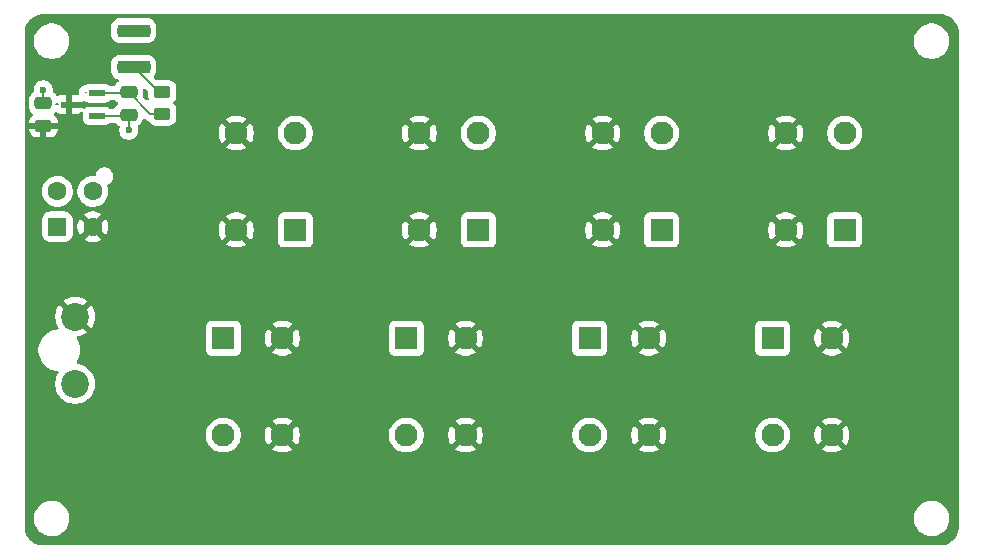
<source format=gtl>
G04 #@! TF.GenerationSoftware,KiCad,Pcbnew,9.0.3*
G04 #@! TF.CreationDate,2025-08-14T10:37:31-07:00*
G04 #@! TF.ProjectId,PD Board,50442042-6f61-4726-942e-6b696361645f,rev?*
G04 #@! TF.SameCoordinates,Original*
G04 #@! TF.FileFunction,Copper,L1,Top*
G04 #@! TF.FilePolarity,Positive*
%FSLAX46Y46*%
G04 Gerber Fmt 4.6, Leading zero omitted, Abs format (unit mm)*
G04 Created by KiCad (PCBNEW 9.0.3) date 2025-08-14 10:37:31*
%MOMM*%
%LPD*%
G01*
G04 APERTURE LIST*
G04 Aperture macros list*
%AMRoundRect*
0 Rectangle with rounded corners*
0 $1 Rounding radius*
0 $2 $3 $4 $5 $6 $7 $8 $9 X,Y pos of 4 corners*
0 Add a 4 corners polygon primitive as box body*
4,1,4,$2,$3,$4,$5,$6,$7,$8,$9,$2,$3,0*
0 Add four circle primitives for the rounded corners*
1,1,$1+$1,$2,$3*
1,1,$1+$1,$4,$5*
1,1,$1+$1,$6,$7*
1,1,$1+$1,$8,$9*
0 Add four rect primitives between the rounded corners*
20,1,$1+$1,$2,$3,$4,$5,0*
20,1,$1+$1,$4,$5,$6,$7,0*
20,1,$1+$1,$6,$7,$8,$9,0*
20,1,$1+$1,$8,$9,$2,$3,0*%
G04 Aperture macros list end*
G04 #@! TA.AperFunction,ComponentPad*
%ADD10R,1.950000X1.950000*%
G04 #@! TD*
G04 #@! TA.AperFunction,ComponentPad*
%ADD11C,1.950000*%
G04 #@! TD*
G04 #@! TA.AperFunction,ComponentPad*
%ADD12RoundRect,0.250000X-0.552500X0.552500X-0.552500X-0.552500X0.552500X-0.552500X0.552500X0.552500X0*%
G04 #@! TD*
G04 #@! TA.AperFunction,ComponentPad*
%ADD13C,1.605000*%
G04 #@! TD*
G04 #@! TA.AperFunction,SMDPad,CuDef*
%ADD14RoundRect,0.250000X-0.475000X0.250000X-0.475000X-0.250000X0.475000X-0.250000X0.475000X0.250000X0*%
G04 #@! TD*
G04 #@! TA.AperFunction,SMDPad,CuDef*
%ADD15RoundRect,0.275000X-1.125000X0.275000X-1.125000X-0.275000X1.125000X-0.275000X1.125000X0.275000X0*%
G04 #@! TD*
G04 #@! TA.AperFunction,ComponentPad*
%ADD16C,2.362200*%
G04 #@! TD*
G04 #@! TA.AperFunction,SMDPad,CuDef*
%ADD17RoundRect,0.250000X0.450000X-0.262500X0.450000X0.262500X-0.450000X0.262500X-0.450000X-0.262500X0*%
G04 #@! TD*
G04 #@! TA.AperFunction,SMDPad,CuDef*
%ADD18R,1.320800X0.558800*%
G04 #@! TD*
G04 #@! TA.AperFunction,ViaPad*
%ADD19C,0.600000*%
G04 #@! TD*
G04 #@! TA.AperFunction,Conductor*
%ADD20C,0.200000*%
G04 #@! TD*
G04 APERTURE END LIST*
D10*
G04 #@! TO.P,P7,1,1.1*
G04 #@! TO.N,GND*
X144330000Y-111780000D03*
D11*
G04 #@! TO.P,P7,2,1.2*
X144330000Y-103580000D03*
G04 #@! TO.P,P7,3,2.1*
G04 #@! TO.N,+20V*
X139330000Y-111780000D03*
G04 #@! TO.P,P7,4,2.2*
X139330000Y-103580000D03*
G04 #@! TD*
D12*
G04 #@! TO.P,J1,1,Pin_1*
G04 #@! TO.N,unconnected-(J1-Pin_1-Pad1)*
X93180000Y-111520000D03*
D13*
G04 #@! TO.P,J1,2,Pin_2*
G04 #@! TO.N,+20V*
X96180000Y-111520000D03*
G04 #@! TO.P,J1,3,Pin_3*
G04 #@! TO.N,unconnected-(J1-Pin_3-Pad3)*
X93180000Y-108520000D03*
G04 #@! TO.P,J1,4,Pin_4*
G04 #@! TO.N,GND*
X96180000Y-108520000D03*
G04 #@! TD*
D14*
G04 #@! TO.P,C1,1*
G04 #@! TO.N,GND*
X91990000Y-101050000D03*
G04 #@! TO.P,C1,2*
G04 #@! TO.N,+20V*
X91990000Y-102950000D03*
G04 #@! TD*
D10*
G04 #@! TO.P,P3,1,1.1*
G04 #@! TO.N,GND*
X138230000Y-120950000D03*
D11*
G04 #@! TO.P,P3,2,1.2*
X138230000Y-129150000D03*
G04 #@! TO.P,P3,3,2.1*
G04 #@! TO.N,+20V*
X143230000Y-120950000D03*
G04 #@! TO.P,P3,4,2.2*
X143230000Y-129150000D03*
G04 #@! TD*
D15*
G04 #@! TO.P,D1,1,K*
G04 #@! TO.N,GND*
X99625000Y-94900000D03*
G04 #@! TO.P,D1,2,A*
G04 #@! TO.N,Net-(D1-A)*
X99625000Y-98000000D03*
G04 #@! TD*
D10*
G04 #@! TO.P,P8,1,1.1*
G04 #@! TO.N,GND*
X159830000Y-111780000D03*
D11*
G04 #@! TO.P,P8,2,1.2*
X159830000Y-103580000D03*
G04 #@! TO.P,P8,3,2.1*
G04 #@! TO.N,+20V*
X154830000Y-111780000D03*
G04 #@! TO.P,P8,4,2.2*
X154830000Y-103580000D03*
G04 #@! TD*
D16*
G04 #@! TO.P,M1,1,1*
G04 #@! TO.N,GND*
X94688902Y-124816602D03*
G04 #@! TO.P,M1,2,2*
G04 #@! TO.N,+20V*
X94688902Y-119116598D03*
G04 #@! TD*
D10*
G04 #@! TO.P,P4,1,1.1*
G04 #@! TO.N,GND*
X153730000Y-120950000D03*
D11*
G04 #@! TO.P,P4,2,1.2*
X153730000Y-129150000D03*
G04 #@! TO.P,P4,3,2.1*
G04 #@! TO.N,+20V*
X158730000Y-120950000D03*
G04 #@! TO.P,P4,4,2.2*
X158730000Y-129150000D03*
G04 #@! TD*
D10*
G04 #@! TO.P,P1,1,1.1*
G04 #@! TO.N,GND*
X107230000Y-120950000D03*
D11*
G04 #@! TO.P,P1,2,1.2*
X107230000Y-129150000D03*
G04 #@! TO.P,P1,3,2.1*
G04 #@! TO.N,+20V*
X112230000Y-120950000D03*
G04 #@! TO.P,P1,4,2.2*
X112230000Y-129150000D03*
G04 #@! TD*
D14*
G04 #@! TO.P,C2,1*
G04 #@! TO.N,Net-(U1-VOUT)*
X99200000Y-100120000D03*
G04 #@! TO.P,C2,2*
G04 #@! TO.N,GND*
X99200000Y-102020000D03*
G04 #@! TD*
D10*
G04 #@! TO.P,P2,1,1.1*
G04 #@! TO.N,GND*
X122730000Y-120950000D03*
D11*
G04 #@! TO.P,P2,2,1.2*
X122730000Y-129150000D03*
G04 #@! TO.P,P2,3,2.1*
G04 #@! TO.N,+20V*
X127730000Y-120950000D03*
G04 #@! TO.P,P2,4,2.2*
X127730000Y-129150000D03*
G04 #@! TD*
D17*
G04 #@! TO.P,R1,1*
G04 #@! TO.N,Net-(U1-VOUT)*
X102050000Y-101942500D03*
G04 #@! TO.P,R1,2*
G04 #@! TO.N,Net-(D1-A)*
X102050000Y-100117500D03*
G04 #@! TD*
D18*
G04 #@! TO.P,U1,1,GND*
G04 #@! TO.N,GND*
X96527600Y-102120001D03*
G04 #@! TO.P,U1,2,VOUT*
G04 #@! TO.N,Net-(U1-VOUT)*
X96527600Y-100219999D03*
G04 #@! TO.P,U1,3,VIN*
G04 #@! TO.N,+20V*
X94140000Y-101170000D03*
G04 #@! TD*
D10*
G04 #@! TO.P,P6,1,1.1*
G04 #@! TO.N,GND*
X128830000Y-111780000D03*
D11*
G04 #@! TO.P,P6,2,1.2*
X128830000Y-103580000D03*
G04 #@! TO.P,P6,3,2.1*
G04 #@! TO.N,+20V*
X123830000Y-111780000D03*
G04 #@! TO.P,P6,4,2.2*
X123830000Y-103580000D03*
G04 #@! TD*
D10*
G04 #@! TO.P,P5,1,1.1*
G04 #@! TO.N,GND*
X113330000Y-111780000D03*
D11*
G04 #@! TO.P,P5,2,1.2*
X113330000Y-103580000D03*
G04 #@! TO.P,P5,3,2.1*
G04 #@! TO.N,+20V*
X108330000Y-111780000D03*
G04 #@! TO.P,P5,4,2.2*
X108330000Y-103580000D03*
G04 #@! TD*
D19*
G04 #@! TO.N,GND*
X99220000Y-103340000D03*
X91990000Y-99910000D03*
G04 #@! TD*
D20*
G04 #@! TO.N,+20V*
X93019999Y-101090001D02*
X93212400Y-101090001D01*
G04 #@! TO.N,GND*
X99200000Y-102020000D02*
X99200000Y-103320000D01*
X91990000Y-101050000D02*
X91990000Y-99910000D01*
X99099999Y-102120001D02*
X99200000Y-102020000D01*
X96527600Y-102120001D02*
X99099999Y-102120001D01*
X99200000Y-103320000D02*
X99220000Y-103340000D01*
G04 #@! TO.N,Net-(D1-A)*
X101742500Y-100117500D02*
X99625000Y-98000000D01*
X102050000Y-100117500D02*
X101742500Y-100117500D01*
G04 #@! TO.N,Net-(U1-VOUT)*
X101022500Y-101942500D02*
X99200000Y-100120000D01*
X99100001Y-100219999D02*
X99200000Y-100120000D01*
X96527600Y-100219999D02*
X99100001Y-100219999D01*
X102050000Y-101942500D02*
X101022500Y-101942500D01*
X95630000Y-100110000D02*
X95600000Y-100140000D01*
G04 #@! TD*
G04 #@! TA.AperFunction,Conductor*
G04 #@! TO.N,+20V*
G36*
X167904418Y-93500816D02*
G01*
X168118791Y-93516148D01*
X168136296Y-93518665D01*
X168341969Y-93563406D01*
X168358928Y-93568385D01*
X168556150Y-93641946D01*
X168572242Y-93649296D01*
X168756968Y-93750163D01*
X168771848Y-93759724D01*
X168911353Y-93864157D01*
X168940353Y-93885866D01*
X168953723Y-93897452D01*
X169102547Y-94046276D01*
X169114133Y-94059646D01*
X169240271Y-94228146D01*
X169249836Y-94243031D01*
X169350703Y-94427757D01*
X169358053Y-94443849D01*
X169431611Y-94641063D01*
X169436595Y-94658039D01*
X169481333Y-94863700D01*
X169483851Y-94881211D01*
X169499184Y-95095580D01*
X169499500Y-95104427D01*
X169499500Y-136895572D01*
X169499184Y-136904419D01*
X169483851Y-137118788D01*
X169481333Y-137136299D01*
X169436595Y-137341960D01*
X169431611Y-137358936D01*
X169358053Y-137556150D01*
X169350703Y-137572242D01*
X169249836Y-137756968D01*
X169240271Y-137771853D01*
X169114133Y-137940353D01*
X169102547Y-137953723D01*
X168953723Y-138102547D01*
X168940353Y-138114133D01*
X168771853Y-138240271D01*
X168756968Y-138249836D01*
X168572242Y-138350703D01*
X168556150Y-138358053D01*
X168358936Y-138431611D01*
X168341960Y-138436595D01*
X168136299Y-138481333D01*
X168118788Y-138483851D01*
X167923369Y-138497828D01*
X167904417Y-138499184D01*
X167895572Y-138499500D01*
X92004428Y-138499500D01*
X91995582Y-138499184D01*
X91974407Y-138497669D01*
X91781211Y-138483851D01*
X91763700Y-138481333D01*
X91558039Y-138436595D01*
X91541063Y-138431611D01*
X91343849Y-138358053D01*
X91327757Y-138350703D01*
X91143031Y-138249836D01*
X91128146Y-138240271D01*
X90959646Y-138114133D01*
X90946276Y-138102547D01*
X90797452Y-137953723D01*
X90785866Y-137940353D01*
X90659724Y-137771848D01*
X90650163Y-137756968D01*
X90549296Y-137572242D01*
X90541946Y-137556150D01*
X90514790Y-137483342D01*
X90468385Y-137358928D01*
X90463406Y-137341969D01*
X90418665Y-137136296D01*
X90416148Y-137118787D01*
X90400816Y-136904418D01*
X90400500Y-136895572D01*
X90400500Y-136081902D01*
X91199500Y-136081902D01*
X91199500Y-136318097D01*
X91236446Y-136551368D01*
X91309433Y-136775996D01*
X91416657Y-136986433D01*
X91555483Y-137177510D01*
X91722490Y-137344517D01*
X91913567Y-137483343D01*
X92012991Y-137534002D01*
X92124003Y-137590566D01*
X92124005Y-137590566D01*
X92124008Y-137590568D01*
X92244412Y-137629689D01*
X92348631Y-137663553D01*
X92581903Y-137700500D01*
X92581908Y-137700500D01*
X92818097Y-137700500D01*
X93051368Y-137663553D01*
X93275992Y-137590568D01*
X93486433Y-137483343D01*
X93677510Y-137344517D01*
X93844517Y-137177510D01*
X93983343Y-136986433D01*
X94090568Y-136775992D01*
X94163553Y-136551368D01*
X94200500Y-136318097D01*
X94200500Y-136081902D01*
X165699500Y-136081902D01*
X165699500Y-136318097D01*
X165736446Y-136551368D01*
X165809433Y-136775996D01*
X165916657Y-136986433D01*
X166055483Y-137177510D01*
X166222490Y-137344517D01*
X166413567Y-137483343D01*
X166512991Y-137534002D01*
X166624003Y-137590566D01*
X166624005Y-137590566D01*
X166624008Y-137590568D01*
X166744412Y-137629689D01*
X166848631Y-137663553D01*
X167081903Y-137700500D01*
X167081908Y-137700500D01*
X167318097Y-137700500D01*
X167551368Y-137663553D01*
X167775992Y-137590568D01*
X167986433Y-137483343D01*
X168177510Y-137344517D01*
X168344517Y-137177510D01*
X168483343Y-136986433D01*
X168590568Y-136775992D01*
X168663553Y-136551368D01*
X168700500Y-136318097D01*
X168700500Y-136081902D01*
X168663553Y-135848631D01*
X168590566Y-135624003D01*
X168483342Y-135413566D01*
X168344517Y-135222490D01*
X168177510Y-135055483D01*
X167986433Y-134916657D01*
X167775996Y-134809433D01*
X167551368Y-134736446D01*
X167318097Y-134699500D01*
X167318092Y-134699500D01*
X167081908Y-134699500D01*
X167081903Y-134699500D01*
X166848631Y-134736446D01*
X166624003Y-134809433D01*
X166413566Y-134916657D01*
X166304550Y-134995862D01*
X166222490Y-135055483D01*
X166222488Y-135055485D01*
X166222487Y-135055485D01*
X166055485Y-135222487D01*
X166055485Y-135222488D01*
X166055483Y-135222490D01*
X165995862Y-135304550D01*
X165916657Y-135413566D01*
X165809433Y-135624003D01*
X165736446Y-135848631D01*
X165699500Y-136081902D01*
X94200500Y-136081902D01*
X94163553Y-135848631D01*
X94090566Y-135624003D01*
X93983342Y-135413566D01*
X93844517Y-135222490D01*
X93677510Y-135055483D01*
X93486433Y-134916657D01*
X93275996Y-134809433D01*
X93051368Y-134736446D01*
X92818097Y-134699500D01*
X92818092Y-134699500D01*
X92581908Y-134699500D01*
X92581903Y-134699500D01*
X92348631Y-134736446D01*
X92124003Y-134809433D01*
X91913566Y-134916657D01*
X91804550Y-134995862D01*
X91722490Y-135055483D01*
X91722488Y-135055485D01*
X91722487Y-135055485D01*
X91555485Y-135222487D01*
X91555485Y-135222488D01*
X91555483Y-135222490D01*
X91495862Y-135304550D01*
X91416657Y-135413566D01*
X91309433Y-135624003D01*
X91236446Y-135848631D01*
X91199500Y-136081902D01*
X90400500Y-136081902D01*
X90400500Y-129033870D01*
X105754500Y-129033870D01*
X105754500Y-129266129D01*
X105790831Y-129495514D01*
X105862601Y-129716400D01*
X105967903Y-129923064D01*
X105968039Y-129923331D01*
X106104551Y-130111224D01*
X106268776Y-130275449D01*
X106456669Y-130411961D01*
X106554436Y-130461776D01*
X106663599Y-130517398D01*
X106663601Y-130517398D01*
X106663604Y-130517400D01*
X106884486Y-130589169D01*
X107002668Y-130607886D01*
X107113871Y-130625500D01*
X107113876Y-130625500D01*
X107346129Y-130625500D01*
X107447502Y-130609443D01*
X107575514Y-130589169D01*
X107796396Y-130517400D01*
X108003331Y-130411961D01*
X108191224Y-130275449D01*
X108355449Y-130111224D01*
X108491961Y-129923331D01*
X108597400Y-129716396D01*
X108669169Y-129495514D01*
X108693863Y-129339598D01*
X108705500Y-129266129D01*
X108705500Y-129033909D01*
X110755000Y-129033909D01*
X110755000Y-129266090D01*
X110791318Y-129495393D01*
X110863065Y-129716205D01*
X110968465Y-129923064D01*
X111025238Y-130001207D01*
X111628958Y-129397487D01*
X111653978Y-129457890D01*
X111725112Y-129564351D01*
X111815649Y-129654888D01*
X111922110Y-129726022D01*
X111982510Y-129751041D01*
X111378791Y-130354759D01*
X111378791Y-130354760D01*
X111456935Y-130411534D01*
X111663794Y-130516934D01*
X111884606Y-130588681D01*
X112113910Y-130625000D01*
X112346090Y-130625000D01*
X112575393Y-130588681D01*
X112796205Y-130516934D01*
X113003071Y-130411530D01*
X113081207Y-130354762D01*
X113081208Y-130354760D01*
X112477488Y-129751041D01*
X112537890Y-129726022D01*
X112644351Y-129654888D01*
X112734888Y-129564351D01*
X112806022Y-129457890D01*
X112831041Y-129397488D01*
X113434760Y-130001208D01*
X113434762Y-130001207D01*
X113491530Y-129923071D01*
X113596934Y-129716205D01*
X113668681Y-129495393D01*
X113705000Y-129266090D01*
X113705000Y-129033909D01*
X113704994Y-129033870D01*
X121254500Y-129033870D01*
X121254500Y-129266129D01*
X121290831Y-129495514D01*
X121362601Y-129716400D01*
X121467903Y-129923064D01*
X121468039Y-129923331D01*
X121604551Y-130111224D01*
X121768776Y-130275449D01*
X121956669Y-130411961D01*
X122054436Y-130461776D01*
X122163599Y-130517398D01*
X122163601Y-130517398D01*
X122163604Y-130517400D01*
X122384486Y-130589169D01*
X122502668Y-130607886D01*
X122613871Y-130625500D01*
X122613876Y-130625500D01*
X122846129Y-130625500D01*
X122947502Y-130609443D01*
X123075514Y-130589169D01*
X123296396Y-130517400D01*
X123503331Y-130411961D01*
X123691224Y-130275449D01*
X123855449Y-130111224D01*
X123991961Y-129923331D01*
X124097400Y-129716396D01*
X124169169Y-129495514D01*
X124193863Y-129339598D01*
X124205500Y-129266129D01*
X124205500Y-129033909D01*
X126255000Y-129033909D01*
X126255000Y-129266090D01*
X126291318Y-129495393D01*
X126363065Y-129716205D01*
X126468465Y-129923064D01*
X126525238Y-130001207D01*
X127128958Y-129397487D01*
X127153978Y-129457890D01*
X127225112Y-129564351D01*
X127315649Y-129654888D01*
X127422110Y-129726022D01*
X127482510Y-129751041D01*
X126878791Y-130354759D01*
X126878791Y-130354760D01*
X126956935Y-130411534D01*
X127163794Y-130516934D01*
X127384606Y-130588681D01*
X127613910Y-130625000D01*
X127846090Y-130625000D01*
X128075393Y-130588681D01*
X128296205Y-130516934D01*
X128503071Y-130411530D01*
X128581207Y-130354762D01*
X128581208Y-130354760D01*
X127977488Y-129751041D01*
X128037890Y-129726022D01*
X128144351Y-129654888D01*
X128234888Y-129564351D01*
X128306022Y-129457890D01*
X128331041Y-129397489D01*
X128934760Y-130001208D01*
X128934762Y-130001207D01*
X128991530Y-129923071D01*
X129096934Y-129716205D01*
X129168681Y-129495393D01*
X129205000Y-129266090D01*
X129205000Y-129033909D01*
X129204994Y-129033870D01*
X136754500Y-129033870D01*
X136754500Y-129266129D01*
X136790831Y-129495514D01*
X136862601Y-129716400D01*
X136967903Y-129923064D01*
X136968039Y-129923331D01*
X137104551Y-130111224D01*
X137268776Y-130275449D01*
X137456669Y-130411961D01*
X137554436Y-130461776D01*
X137663599Y-130517398D01*
X137663601Y-130517398D01*
X137663604Y-130517400D01*
X137884486Y-130589169D01*
X138002668Y-130607886D01*
X138113871Y-130625500D01*
X138113876Y-130625500D01*
X138346129Y-130625500D01*
X138447502Y-130609443D01*
X138575514Y-130589169D01*
X138796396Y-130517400D01*
X139003331Y-130411961D01*
X139191224Y-130275449D01*
X139355449Y-130111224D01*
X139491961Y-129923331D01*
X139597400Y-129716396D01*
X139669169Y-129495514D01*
X139693863Y-129339598D01*
X139705500Y-129266129D01*
X139705500Y-129033909D01*
X141755000Y-129033909D01*
X141755000Y-129266090D01*
X141791318Y-129495393D01*
X141863065Y-129716205D01*
X141968465Y-129923064D01*
X142025238Y-130001207D01*
X142628958Y-129397487D01*
X142653978Y-129457890D01*
X142725112Y-129564351D01*
X142815649Y-129654888D01*
X142922110Y-129726022D01*
X142982510Y-129751041D01*
X142378791Y-130354759D01*
X142378791Y-130354760D01*
X142456935Y-130411534D01*
X142663794Y-130516934D01*
X142884606Y-130588681D01*
X143113910Y-130625000D01*
X143346090Y-130625000D01*
X143575393Y-130588681D01*
X143796205Y-130516934D01*
X144003071Y-130411530D01*
X144081207Y-130354762D01*
X144081208Y-130354760D01*
X143477488Y-129751041D01*
X143537890Y-129726022D01*
X143644351Y-129654888D01*
X143734888Y-129564351D01*
X143806022Y-129457890D01*
X143831041Y-129397488D01*
X144434760Y-130001208D01*
X144434762Y-130001207D01*
X144491530Y-129923071D01*
X144596934Y-129716205D01*
X144668681Y-129495393D01*
X144705000Y-129266090D01*
X144705000Y-129033909D01*
X144704994Y-129033870D01*
X152254500Y-129033870D01*
X152254500Y-129266129D01*
X152290831Y-129495514D01*
X152362601Y-129716400D01*
X152467903Y-129923064D01*
X152468039Y-129923331D01*
X152604551Y-130111224D01*
X152768776Y-130275449D01*
X152956669Y-130411961D01*
X153054436Y-130461776D01*
X153163599Y-130517398D01*
X153163601Y-130517398D01*
X153163604Y-130517400D01*
X153384486Y-130589169D01*
X153502668Y-130607886D01*
X153613871Y-130625500D01*
X153613876Y-130625500D01*
X153846129Y-130625500D01*
X153947502Y-130609443D01*
X154075514Y-130589169D01*
X154296396Y-130517400D01*
X154503331Y-130411961D01*
X154691224Y-130275449D01*
X154855449Y-130111224D01*
X154991961Y-129923331D01*
X155097400Y-129716396D01*
X155169169Y-129495514D01*
X155193863Y-129339598D01*
X155205500Y-129266129D01*
X155205500Y-129033909D01*
X157255000Y-129033909D01*
X157255000Y-129266090D01*
X157291318Y-129495393D01*
X157363065Y-129716205D01*
X157468465Y-129923064D01*
X157525238Y-130001207D01*
X158128958Y-129397487D01*
X158153978Y-129457890D01*
X158225112Y-129564351D01*
X158315649Y-129654888D01*
X158422110Y-129726022D01*
X158482510Y-129751041D01*
X157878791Y-130354759D01*
X157878791Y-130354760D01*
X157956935Y-130411534D01*
X158163794Y-130516934D01*
X158384606Y-130588681D01*
X158613910Y-130625000D01*
X158846090Y-130625000D01*
X159075393Y-130588681D01*
X159296205Y-130516934D01*
X159503071Y-130411530D01*
X159581207Y-130354762D01*
X159581208Y-130354760D01*
X158977488Y-129751041D01*
X159037890Y-129726022D01*
X159144351Y-129654888D01*
X159234888Y-129564351D01*
X159306022Y-129457890D01*
X159331041Y-129397489D01*
X159934760Y-130001208D01*
X159934762Y-130001207D01*
X159991530Y-129923071D01*
X160096934Y-129716205D01*
X160168681Y-129495393D01*
X160205000Y-129266090D01*
X160205000Y-129033909D01*
X160168681Y-128804606D01*
X160096934Y-128583794D01*
X159991534Y-128376935D01*
X159934760Y-128298791D01*
X159934759Y-128298791D01*
X159331041Y-128902510D01*
X159306022Y-128842110D01*
X159234888Y-128735649D01*
X159144351Y-128645112D01*
X159037890Y-128573978D01*
X158977487Y-128548957D01*
X159581207Y-127945238D01*
X159503064Y-127888465D01*
X159296205Y-127783065D01*
X159075393Y-127711318D01*
X158846090Y-127675000D01*
X158613910Y-127675000D01*
X158384606Y-127711318D01*
X158163794Y-127783065D01*
X157956925Y-127888470D01*
X157878791Y-127945237D01*
X157878791Y-127945238D01*
X158482511Y-128548958D01*
X158422110Y-128573978D01*
X158315649Y-128645112D01*
X158225112Y-128735649D01*
X158153978Y-128842110D01*
X158128958Y-128902511D01*
X157525238Y-128298791D01*
X157525237Y-128298791D01*
X157468470Y-128376925D01*
X157363065Y-128583794D01*
X157291318Y-128804606D01*
X157255000Y-129033909D01*
X155205500Y-129033909D01*
X155205500Y-129033870D01*
X155186232Y-128912222D01*
X155169169Y-128804486D01*
X155097400Y-128583604D01*
X155097398Y-128583601D01*
X155097398Y-128583599D01*
X155041776Y-128474436D01*
X154991961Y-128376669D01*
X154855449Y-128188776D01*
X154691224Y-128024551D01*
X154503331Y-127888039D01*
X154296400Y-127782601D01*
X154075514Y-127710831D01*
X153846129Y-127674500D01*
X153846124Y-127674500D01*
X153613876Y-127674500D01*
X153613871Y-127674500D01*
X153384485Y-127710831D01*
X153163599Y-127782601D01*
X152956668Y-127888039D01*
X152768773Y-128024553D01*
X152604553Y-128188773D01*
X152468039Y-128376668D01*
X152362601Y-128583599D01*
X152290831Y-128804485D01*
X152254500Y-129033870D01*
X144704994Y-129033870D01*
X144668681Y-128804606D01*
X144596934Y-128583794D01*
X144491534Y-128376935D01*
X144434760Y-128298791D01*
X144434759Y-128298791D01*
X143831041Y-128902510D01*
X143806022Y-128842110D01*
X143734888Y-128735649D01*
X143644351Y-128645112D01*
X143537890Y-128573978D01*
X143477487Y-128548957D01*
X144081207Y-127945238D01*
X144003064Y-127888465D01*
X143796205Y-127783065D01*
X143575393Y-127711318D01*
X143346090Y-127675000D01*
X143113910Y-127675000D01*
X142884606Y-127711318D01*
X142663794Y-127783065D01*
X142456925Y-127888470D01*
X142378791Y-127945237D01*
X142378791Y-127945238D01*
X142982511Y-128548958D01*
X142922110Y-128573978D01*
X142815649Y-128645112D01*
X142725112Y-128735649D01*
X142653978Y-128842110D01*
X142628958Y-128902511D01*
X142025238Y-128298791D01*
X142025237Y-128298791D01*
X141968470Y-128376925D01*
X141863065Y-128583794D01*
X141791318Y-128804606D01*
X141755000Y-129033909D01*
X139705500Y-129033909D01*
X139705500Y-129033870D01*
X139686232Y-128912222D01*
X139669169Y-128804486D01*
X139597400Y-128583604D01*
X139597398Y-128583601D01*
X139597398Y-128583599D01*
X139541776Y-128474436D01*
X139491961Y-128376669D01*
X139355449Y-128188776D01*
X139191224Y-128024551D01*
X139003331Y-127888039D01*
X138796400Y-127782601D01*
X138575514Y-127710831D01*
X138346129Y-127674500D01*
X138346124Y-127674500D01*
X138113876Y-127674500D01*
X138113871Y-127674500D01*
X137884485Y-127710831D01*
X137663599Y-127782601D01*
X137456668Y-127888039D01*
X137268773Y-128024553D01*
X137104553Y-128188773D01*
X136968039Y-128376668D01*
X136862601Y-128583599D01*
X136790831Y-128804485D01*
X136754500Y-129033870D01*
X129204994Y-129033870D01*
X129168681Y-128804606D01*
X129096934Y-128583794D01*
X128991534Y-128376935D01*
X128934760Y-128298791D01*
X128934759Y-128298791D01*
X128331041Y-128902510D01*
X128306022Y-128842110D01*
X128234888Y-128735649D01*
X128144351Y-128645112D01*
X128037890Y-128573978D01*
X127977487Y-128548957D01*
X128581207Y-127945238D01*
X128503064Y-127888465D01*
X128296205Y-127783065D01*
X128075393Y-127711318D01*
X127846090Y-127675000D01*
X127613910Y-127675000D01*
X127384606Y-127711318D01*
X127163794Y-127783065D01*
X126956925Y-127888470D01*
X126878791Y-127945237D01*
X126878791Y-127945238D01*
X127482511Y-128548958D01*
X127422110Y-128573978D01*
X127315649Y-128645112D01*
X127225112Y-128735649D01*
X127153978Y-128842110D01*
X127128958Y-128902511D01*
X126525238Y-128298791D01*
X126525237Y-128298791D01*
X126468470Y-128376925D01*
X126363065Y-128583794D01*
X126291318Y-128804606D01*
X126255000Y-129033909D01*
X124205500Y-129033909D01*
X124205500Y-129033870D01*
X124186232Y-128912222D01*
X124169169Y-128804486D01*
X124097400Y-128583604D01*
X124097398Y-128583601D01*
X124097398Y-128583599D01*
X124041776Y-128474436D01*
X123991961Y-128376669D01*
X123855449Y-128188776D01*
X123691224Y-128024551D01*
X123503331Y-127888039D01*
X123296400Y-127782601D01*
X123075514Y-127710831D01*
X122846129Y-127674500D01*
X122846124Y-127674500D01*
X122613876Y-127674500D01*
X122613871Y-127674500D01*
X122384485Y-127710831D01*
X122163599Y-127782601D01*
X121956668Y-127888039D01*
X121768773Y-128024553D01*
X121604553Y-128188773D01*
X121468039Y-128376668D01*
X121362601Y-128583599D01*
X121290831Y-128804485D01*
X121254500Y-129033870D01*
X113704994Y-129033870D01*
X113668681Y-128804606D01*
X113596934Y-128583794D01*
X113491534Y-128376935D01*
X113434760Y-128298791D01*
X113434759Y-128298791D01*
X112831041Y-128902510D01*
X112806022Y-128842110D01*
X112734888Y-128735649D01*
X112644351Y-128645112D01*
X112537890Y-128573978D01*
X112477487Y-128548957D01*
X113081207Y-127945238D01*
X113003064Y-127888465D01*
X112796205Y-127783065D01*
X112575393Y-127711318D01*
X112346090Y-127675000D01*
X112113910Y-127675000D01*
X111884606Y-127711318D01*
X111663794Y-127783065D01*
X111456925Y-127888470D01*
X111378791Y-127945237D01*
X111378791Y-127945238D01*
X111982511Y-128548958D01*
X111922110Y-128573978D01*
X111815649Y-128645112D01*
X111725112Y-128735649D01*
X111653978Y-128842110D01*
X111628958Y-128902511D01*
X111025238Y-128298791D01*
X111025237Y-128298791D01*
X110968470Y-128376925D01*
X110863065Y-128583794D01*
X110791318Y-128804606D01*
X110755000Y-129033909D01*
X108705500Y-129033909D01*
X108705500Y-129033870D01*
X108686232Y-128912222D01*
X108669169Y-128804486D01*
X108597400Y-128583604D01*
X108597398Y-128583601D01*
X108597398Y-128583599D01*
X108541776Y-128474436D01*
X108491961Y-128376669D01*
X108355449Y-128188776D01*
X108191224Y-128024551D01*
X108003331Y-127888039D01*
X107796400Y-127782601D01*
X107575514Y-127710831D01*
X107346129Y-127674500D01*
X107346124Y-127674500D01*
X107113876Y-127674500D01*
X107113871Y-127674500D01*
X106884485Y-127710831D01*
X106663599Y-127782601D01*
X106456668Y-127888039D01*
X106268773Y-128024553D01*
X106104553Y-128188773D01*
X105968039Y-128376668D01*
X105862601Y-128583599D01*
X105790831Y-128804485D01*
X105754500Y-129033870D01*
X90400500Y-129033870D01*
X90400500Y-121850285D01*
X91574402Y-121850285D01*
X91574402Y-122082914D01*
X91598017Y-122262280D01*
X91604765Y-122313530D01*
X91619574Y-122368797D01*
X91664970Y-122538220D01*
X91753985Y-122753121D01*
X91753990Y-122753132D01*
X91870289Y-122954566D01*
X91870300Y-122954582D01*
X92011898Y-123139117D01*
X92011904Y-123139124D01*
X92176377Y-123303597D01*
X92176383Y-123303602D01*
X92360928Y-123445208D01*
X92360935Y-123445212D01*
X92562369Y-123561511D01*
X92562374Y-123561513D01*
X92562377Y-123561515D01*
X92669830Y-123606023D01*
X92777281Y-123650531D01*
X92777282Y-123650531D01*
X92777284Y-123650532D01*
X93001972Y-123710737D01*
X93174536Y-123733456D01*
X93238432Y-123761723D01*
X93276903Y-123820047D01*
X93277734Y-123889912D01*
X93265737Y-123918395D01*
X93177488Y-124071246D01*
X93177483Y-124071257D01*
X93093129Y-124274905D01*
X93036074Y-124487837D01*
X93007302Y-124706376D01*
X93007302Y-124926827D01*
X93036074Y-125145366D01*
X93093129Y-125358298D01*
X93177483Y-125561946D01*
X93177488Y-125561957D01*
X93287698Y-125752845D01*
X93287709Y-125752861D01*
X93421894Y-125927735D01*
X93421900Y-125927742D01*
X93577761Y-126083603D01*
X93577767Y-126083608D01*
X93752651Y-126217801D01*
X93752658Y-126217805D01*
X93943546Y-126328015D01*
X93943551Y-126328017D01*
X93943554Y-126328019D01*
X94147210Y-126412376D01*
X94360134Y-126469429D01*
X94578684Y-126498202D01*
X94578691Y-126498202D01*
X94799113Y-126498202D01*
X94799120Y-126498202D01*
X95017670Y-126469429D01*
X95230594Y-126412376D01*
X95434250Y-126328019D01*
X95625153Y-126217801D01*
X95800037Y-126083608D01*
X95955908Y-125927737D01*
X96090101Y-125752853D01*
X96200319Y-125561950D01*
X96284676Y-125358294D01*
X96341729Y-125145370D01*
X96370502Y-124926820D01*
X96370502Y-124706384D01*
X96341729Y-124487834D01*
X96284676Y-124274910D01*
X96200319Y-124071254D01*
X96200317Y-124071251D01*
X96200315Y-124071246D01*
X96090105Y-123880358D01*
X96090101Y-123880351D01*
X95955908Y-123705467D01*
X95955903Y-123705461D01*
X95800042Y-123549600D01*
X95800035Y-123549594D01*
X95625161Y-123415409D01*
X95625159Y-123415407D01*
X95625153Y-123415403D01*
X95625148Y-123415400D01*
X95625145Y-123415398D01*
X95434257Y-123305188D01*
X95434246Y-123305183D01*
X95230598Y-123220829D01*
X95213138Y-123216150D01*
X95017670Y-123163775D01*
X94976589Y-123158366D01*
X94912095Y-123149875D01*
X94848199Y-123121608D01*
X94809729Y-123063283D01*
X94808898Y-122993418D01*
X94826442Y-122958746D01*
X94825253Y-122957951D01*
X94827499Y-122954587D01*
X94827510Y-122954574D01*
X94943817Y-122753125D01*
X95032834Y-122538218D01*
X95093039Y-122313530D01*
X95123402Y-122082907D01*
X95123402Y-121850293D01*
X95093039Y-121619670D01*
X95032834Y-121394982D01*
X94943817Y-121180075D01*
X94943815Y-121180072D01*
X94943813Y-121180067D01*
X94827514Y-120978633D01*
X94827510Y-120978626D01*
X94827503Y-120978617D01*
X94825253Y-120975249D01*
X94826819Y-120974202D01*
X94804363Y-120916141D01*
X94818391Y-120847694D01*
X94867197Y-120797697D01*
X94911746Y-120782866D01*
X95017570Y-120768934D01*
X95230435Y-120711897D01*
X95434022Y-120627568D01*
X95434031Y-120627564D01*
X95624871Y-120517382D01*
X95687825Y-120469075D01*
X95687825Y-120469074D01*
X95145364Y-119926614D01*
X95279894Y-119836724D01*
X95409028Y-119707590D01*
X95498917Y-119573060D01*
X96041378Y-120115521D01*
X96041379Y-120115521D01*
X96089686Y-120052567D01*
X96162105Y-119927135D01*
X105754500Y-119927135D01*
X105754500Y-121972870D01*
X105754501Y-121972876D01*
X105760908Y-122032483D01*
X105811202Y-122167328D01*
X105811206Y-122167335D01*
X105897452Y-122282544D01*
X105897455Y-122282547D01*
X106012664Y-122368793D01*
X106012671Y-122368797D01*
X106147517Y-122419091D01*
X106147516Y-122419091D01*
X106154444Y-122419835D01*
X106207127Y-122425500D01*
X108252872Y-122425499D01*
X108312483Y-122419091D01*
X108447331Y-122368796D01*
X108562546Y-122282546D01*
X108648796Y-122167331D01*
X108654195Y-122152853D01*
X108687274Y-122064168D01*
X108687274Y-122064167D01*
X108699090Y-122032485D01*
X108699091Y-122032483D01*
X108705500Y-121972873D01*
X108705499Y-120833909D01*
X110755000Y-120833909D01*
X110755000Y-121066090D01*
X110791318Y-121295393D01*
X110863065Y-121516205D01*
X110968465Y-121723064D01*
X111025238Y-121801207D01*
X111628958Y-121197487D01*
X111653978Y-121257890D01*
X111725112Y-121364351D01*
X111815649Y-121454888D01*
X111922110Y-121526022D01*
X111982510Y-121551041D01*
X111378791Y-122154759D01*
X111378791Y-122154760D01*
X111456935Y-122211534D01*
X111663794Y-122316934D01*
X111884606Y-122388681D01*
X112113910Y-122425000D01*
X112346090Y-122425000D01*
X112575393Y-122388681D01*
X112796205Y-122316934D01*
X113003071Y-122211530D01*
X113081207Y-122154762D01*
X113081208Y-122154760D01*
X112477488Y-121551041D01*
X112537890Y-121526022D01*
X112644351Y-121454888D01*
X112734888Y-121364351D01*
X112806022Y-121257890D01*
X112831041Y-121197488D01*
X113434760Y-121801208D01*
X113434762Y-121801207D01*
X113491530Y-121723071D01*
X113596934Y-121516205D01*
X113668681Y-121295393D01*
X113705000Y-121066090D01*
X113705000Y-120833909D01*
X113668681Y-120604606D01*
X113596934Y-120383794D01*
X113491534Y-120176935D01*
X113434760Y-120098791D01*
X113434759Y-120098791D01*
X112831041Y-120702510D01*
X112806022Y-120642110D01*
X112734888Y-120535649D01*
X112644351Y-120445112D01*
X112537890Y-120373978D01*
X112477487Y-120348957D01*
X112899311Y-119927135D01*
X121254500Y-119927135D01*
X121254500Y-121972870D01*
X121254501Y-121972876D01*
X121260908Y-122032483D01*
X121311202Y-122167328D01*
X121311206Y-122167335D01*
X121397452Y-122282544D01*
X121397455Y-122282547D01*
X121512664Y-122368793D01*
X121512671Y-122368797D01*
X121647517Y-122419091D01*
X121647516Y-122419091D01*
X121654444Y-122419835D01*
X121707127Y-122425500D01*
X123752872Y-122425499D01*
X123812483Y-122419091D01*
X123947331Y-122368796D01*
X124062546Y-122282546D01*
X124148796Y-122167331D01*
X124154195Y-122152853D01*
X124187274Y-122064168D01*
X124187274Y-122064167D01*
X124199090Y-122032485D01*
X124199091Y-122032483D01*
X124205500Y-121972873D01*
X124205499Y-120833909D01*
X126255000Y-120833909D01*
X126255000Y-121066090D01*
X126291318Y-121295393D01*
X126363065Y-121516205D01*
X126468465Y-121723064D01*
X126525238Y-121801207D01*
X127128958Y-121197487D01*
X127153978Y-121257890D01*
X127225112Y-121364351D01*
X127315649Y-121454888D01*
X127422110Y-121526022D01*
X127482510Y-121551041D01*
X126878791Y-122154759D01*
X126878791Y-122154760D01*
X126956935Y-122211534D01*
X127163794Y-122316934D01*
X127384606Y-122388681D01*
X127613910Y-122425000D01*
X127846090Y-122425000D01*
X128075393Y-122388681D01*
X128296205Y-122316934D01*
X128503071Y-122211530D01*
X128581207Y-122154762D01*
X128581208Y-122154760D01*
X127977488Y-121551041D01*
X128037890Y-121526022D01*
X128144351Y-121454888D01*
X128234888Y-121364351D01*
X128306022Y-121257890D01*
X128331041Y-121197489D01*
X128934760Y-121801208D01*
X128934762Y-121801207D01*
X128991530Y-121723071D01*
X129096934Y-121516205D01*
X129168681Y-121295393D01*
X129205000Y-121066090D01*
X129205000Y-120833909D01*
X129168681Y-120604606D01*
X129096934Y-120383794D01*
X128991534Y-120176935D01*
X128934760Y-120098791D01*
X128934759Y-120098791D01*
X128331041Y-120702510D01*
X128306022Y-120642110D01*
X128234888Y-120535649D01*
X128144351Y-120445112D01*
X128037890Y-120373978D01*
X127977487Y-120348957D01*
X128399311Y-119927135D01*
X136754500Y-119927135D01*
X136754500Y-121972870D01*
X136754501Y-121972876D01*
X136760908Y-122032483D01*
X136811202Y-122167328D01*
X136811206Y-122167335D01*
X136897452Y-122282544D01*
X136897455Y-122282547D01*
X137012664Y-122368793D01*
X137012671Y-122368797D01*
X137147517Y-122419091D01*
X137147516Y-122419091D01*
X137154444Y-122419835D01*
X137207127Y-122425500D01*
X139252872Y-122425499D01*
X139312483Y-122419091D01*
X139447331Y-122368796D01*
X139562546Y-122282546D01*
X139648796Y-122167331D01*
X139654195Y-122152853D01*
X139687274Y-122064168D01*
X139687274Y-122064167D01*
X139699090Y-122032485D01*
X139699091Y-122032483D01*
X139705500Y-121972873D01*
X139705499Y-120833909D01*
X141755000Y-120833909D01*
X141755000Y-121066090D01*
X141791318Y-121295393D01*
X141863065Y-121516205D01*
X141968465Y-121723064D01*
X142025238Y-121801207D01*
X142628958Y-121197487D01*
X142653978Y-121257890D01*
X142725112Y-121364351D01*
X142815649Y-121454888D01*
X142922110Y-121526022D01*
X142982510Y-121551041D01*
X142378791Y-122154759D01*
X142378791Y-122154760D01*
X142456935Y-122211534D01*
X142663794Y-122316934D01*
X142884606Y-122388681D01*
X143113910Y-122425000D01*
X143346090Y-122425000D01*
X143575393Y-122388681D01*
X143796205Y-122316934D01*
X144003071Y-122211530D01*
X144081207Y-122154762D01*
X144081208Y-122154760D01*
X143477488Y-121551041D01*
X143537890Y-121526022D01*
X143644351Y-121454888D01*
X143734888Y-121364351D01*
X143806022Y-121257890D01*
X143831041Y-121197488D01*
X144434760Y-121801208D01*
X144434762Y-121801207D01*
X144491530Y-121723071D01*
X144596934Y-121516205D01*
X144668681Y-121295393D01*
X144705000Y-121066090D01*
X144705000Y-120833909D01*
X144668681Y-120604606D01*
X144596934Y-120383794D01*
X144491534Y-120176935D01*
X144434760Y-120098791D01*
X144434759Y-120098791D01*
X143831041Y-120702510D01*
X143806022Y-120642110D01*
X143734888Y-120535649D01*
X143644351Y-120445112D01*
X143537890Y-120373978D01*
X143477487Y-120348957D01*
X143899311Y-119927135D01*
X152254500Y-119927135D01*
X152254500Y-121972870D01*
X152254501Y-121972876D01*
X152260908Y-122032483D01*
X152311202Y-122167328D01*
X152311206Y-122167335D01*
X152397452Y-122282544D01*
X152397455Y-122282547D01*
X152512664Y-122368793D01*
X152512671Y-122368797D01*
X152647517Y-122419091D01*
X152647516Y-122419091D01*
X152654444Y-122419835D01*
X152707127Y-122425500D01*
X154752872Y-122425499D01*
X154812483Y-122419091D01*
X154947331Y-122368796D01*
X155062546Y-122282546D01*
X155148796Y-122167331D01*
X155154195Y-122152853D01*
X155187274Y-122064168D01*
X155187274Y-122064167D01*
X155199090Y-122032485D01*
X155199091Y-122032483D01*
X155205500Y-121972873D01*
X155205499Y-120833909D01*
X157255000Y-120833909D01*
X157255000Y-121066090D01*
X157291318Y-121295393D01*
X157363065Y-121516205D01*
X157468465Y-121723064D01*
X157525238Y-121801207D01*
X158128958Y-121197487D01*
X158153978Y-121257890D01*
X158225112Y-121364351D01*
X158315649Y-121454888D01*
X158422110Y-121526022D01*
X158482510Y-121551041D01*
X157878791Y-122154759D01*
X157878791Y-122154760D01*
X157956935Y-122211534D01*
X158163794Y-122316934D01*
X158384606Y-122388681D01*
X158613910Y-122425000D01*
X158846090Y-122425000D01*
X159075393Y-122388681D01*
X159296205Y-122316934D01*
X159503071Y-122211530D01*
X159581207Y-122154762D01*
X159581208Y-122154760D01*
X158977488Y-121551041D01*
X159037890Y-121526022D01*
X159144351Y-121454888D01*
X159234888Y-121364351D01*
X159306022Y-121257890D01*
X159331041Y-121197489D01*
X159934760Y-121801208D01*
X159934762Y-121801207D01*
X159991530Y-121723071D01*
X160096934Y-121516205D01*
X160168681Y-121295393D01*
X160205000Y-121066090D01*
X160205000Y-120833909D01*
X160168681Y-120604606D01*
X160096934Y-120383794D01*
X159991534Y-120176935D01*
X159934760Y-120098791D01*
X159934759Y-120098791D01*
X159331041Y-120702510D01*
X159306022Y-120642110D01*
X159234888Y-120535649D01*
X159144351Y-120445112D01*
X159037890Y-120373978D01*
X158977487Y-120348957D01*
X159581207Y-119745238D01*
X159503064Y-119688465D01*
X159296205Y-119583065D01*
X159075393Y-119511318D01*
X158846090Y-119475000D01*
X158613910Y-119475000D01*
X158384606Y-119511318D01*
X158163794Y-119583065D01*
X157956925Y-119688470D01*
X157878791Y-119745237D01*
X157878791Y-119745238D01*
X158482511Y-120348958D01*
X158422110Y-120373978D01*
X158315649Y-120445112D01*
X158225112Y-120535649D01*
X158153978Y-120642110D01*
X158128958Y-120702511D01*
X157525238Y-120098791D01*
X157525237Y-120098791D01*
X157468470Y-120176925D01*
X157363065Y-120383794D01*
X157291318Y-120604606D01*
X157255000Y-120833909D01*
X155205499Y-120833909D01*
X155205499Y-119927128D01*
X155199091Y-119867517D01*
X155196364Y-119860207D01*
X155187273Y-119835829D01*
X155148797Y-119732671D01*
X155148793Y-119732664D01*
X155062547Y-119617455D01*
X155062544Y-119617452D01*
X154947335Y-119531206D01*
X154947328Y-119531202D01*
X154812482Y-119480908D01*
X154812483Y-119480908D01*
X154752883Y-119474501D01*
X154752881Y-119474500D01*
X154752873Y-119474500D01*
X154752864Y-119474500D01*
X152707129Y-119474500D01*
X152707123Y-119474501D01*
X152647516Y-119480908D01*
X152512671Y-119531202D01*
X152512664Y-119531206D01*
X152397455Y-119617452D01*
X152397452Y-119617455D01*
X152311206Y-119732664D01*
X152311202Y-119732671D01*
X152260908Y-119867517D01*
X152254501Y-119927116D01*
X152254501Y-119927123D01*
X152254500Y-119927135D01*
X143899311Y-119927135D01*
X143990321Y-119836125D01*
X144081207Y-119745238D01*
X144003064Y-119688465D01*
X143796205Y-119583065D01*
X143575393Y-119511318D01*
X143346090Y-119475000D01*
X143113910Y-119475000D01*
X142884606Y-119511318D01*
X142663794Y-119583065D01*
X142456925Y-119688470D01*
X142378791Y-119745237D01*
X142378791Y-119745238D01*
X142982511Y-120348958D01*
X142922110Y-120373978D01*
X142815649Y-120445112D01*
X142725112Y-120535649D01*
X142653978Y-120642110D01*
X142628958Y-120702511D01*
X142025238Y-120098791D01*
X142025237Y-120098791D01*
X141968470Y-120176925D01*
X141863065Y-120383794D01*
X141791318Y-120604606D01*
X141755000Y-120833909D01*
X139705499Y-120833909D01*
X139705499Y-119927128D01*
X139699091Y-119867517D01*
X139696364Y-119860207D01*
X139687273Y-119835829D01*
X139648797Y-119732671D01*
X139648793Y-119732664D01*
X139562547Y-119617455D01*
X139562544Y-119617452D01*
X139447335Y-119531206D01*
X139447328Y-119531202D01*
X139312482Y-119480908D01*
X139312483Y-119480908D01*
X139252883Y-119474501D01*
X139252881Y-119474500D01*
X139252873Y-119474500D01*
X139252864Y-119474500D01*
X137207129Y-119474500D01*
X137207123Y-119474501D01*
X137147516Y-119480908D01*
X137012671Y-119531202D01*
X137012664Y-119531206D01*
X136897455Y-119617452D01*
X136897452Y-119617455D01*
X136811206Y-119732664D01*
X136811202Y-119732671D01*
X136760908Y-119867517D01*
X136754501Y-119927116D01*
X136754501Y-119927123D01*
X136754500Y-119927135D01*
X128399311Y-119927135D01*
X128490321Y-119836125D01*
X128581207Y-119745238D01*
X128503064Y-119688465D01*
X128296205Y-119583065D01*
X128075393Y-119511318D01*
X127846090Y-119475000D01*
X127613910Y-119475000D01*
X127384606Y-119511318D01*
X127163794Y-119583065D01*
X126956925Y-119688470D01*
X126878791Y-119745237D01*
X126878791Y-119745238D01*
X127482511Y-120348958D01*
X127422110Y-120373978D01*
X127315649Y-120445112D01*
X127225112Y-120535649D01*
X127153978Y-120642110D01*
X127128958Y-120702511D01*
X126525238Y-120098791D01*
X126525237Y-120098791D01*
X126468470Y-120176925D01*
X126363065Y-120383794D01*
X126291318Y-120604606D01*
X126255000Y-120833909D01*
X124205499Y-120833909D01*
X124205499Y-119927128D01*
X124199091Y-119867517D01*
X124196364Y-119860207D01*
X124187273Y-119835829D01*
X124148797Y-119732671D01*
X124148793Y-119732664D01*
X124062547Y-119617455D01*
X124062544Y-119617452D01*
X123947335Y-119531206D01*
X123947328Y-119531202D01*
X123812482Y-119480908D01*
X123812483Y-119480908D01*
X123752883Y-119474501D01*
X123752881Y-119474500D01*
X123752873Y-119474500D01*
X123752864Y-119474500D01*
X121707129Y-119474500D01*
X121707123Y-119474501D01*
X121647516Y-119480908D01*
X121512671Y-119531202D01*
X121512664Y-119531206D01*
X121397455Y-119617452D01*
X121397452Y-119617455D01*
X121311206Y-119732664D01*
X121311202Y-119732671D01*
X121260908Y-119867517D01*
X121254501Y-119927116D01*
X121254501Y-119927123D01*
X121254500Y-119927135D01*
X112899311Y-119927135D01*
X112990321Y-119836125D01*
X113081207Y-119745238D01*
X113003064Y-119688465D01*
X112796205Y-119583065D01*
X112575393Y-119511318D01*
X112346090Y-119475000D01*
X112113910Y-119475000D01*
X111884606Y-119511318D01*
X111663794Y-119583065D01*
X111456925Y-119688470D01*
X111378791Y-119745237D01*
X111378791Y-119745238D01*
X111982511Y-120348958D01*
X111922110Y-120373978D01*
X111815649Y-120445112D01*
X111725112Y-120535649D01*
X111653978Y-120642110D01*
X111628958Y-120702511D01*
X111025238Y-120098791D01*
X111025237Y-120098791D01*
X110968470Y-120176925D01*
X110863065Y-120383794D01*
X110791318Y-120604606D01*
X110755000Y-120833909D01*
X108705499Y-120833909D01*
X108705499Y-119927128D01*
X108699091Y-119867517D01*
X108696364Y-119860207D01*
X108687273Y-119835829D01*
X108648797Y-119732671D01*
X108648793Y-119732664D01*
X108562547Y-119617455D01*
X108562544Y-119617452D01*
X108447335Y-119531206D01*
X108447328Y-119531202D01*
X108312482Y-119480908D01*
X108312483Y-119480908D01*
X108252883Y-119474501D01*
X108252881Y-119474500D01*
X108252873Y-119474500D01*
X108252864Y-119474500D01*
X106207129Y-119474500D01*
X106207123Y-119474501D01*
X106147516Y-119480908D01*
X106012671Y-119531202D01*
X106012664Y-119531206D01*
X105897455Y-119617452D01*
X105897452Y-119617455D01*
X105811206Y-119732664D01*
X105811202Y-119732671D01*
X105760908Y-119867517D01*
X105754501Y-119927116D01*
X105754501Y-119927123D01*
X105754500Y-119927135D01*
X96162105Y-119927135D01*
X96199823Y-119861806D01*
X96199826Y-119861800D01*
X96199872Y-119861719D01*
X96199872Y-119861718D01*
X96284201Y-119658131D01*
X96341238Y-119445266D01*
X96370000Y-119226792D01*
X96370002Y-119226776D01*
X96370002Y-119006419D01*
X96370000Y-119006403D01*
X96341238Y-118787929D01*
X96284201Y-118575064D01*
X96199872Y-118371477D01*
X96199868Y-118371468D01*
X96089688Y-118180631D01*
X96089683Y-118180624D01*
X96041379Y-118117673D01*
X95498917Y-118660134D01*
X95409028Y-118525606D01*
X95279894Y-118396472D01*
X95145364Y-118306581D01*
X95687825Y-117764119D01*
X95624875Y-117715815D01*
X95434031Y-117605631D01*
X95434022Y-117605627D01*
X95230435Y-117521298D01*
X95017570Y-117464261D01*
X94799096Y-117435499D01*
X94799080Y-117435498D01*
X94578724Y-117435498D01*
X94578707Y-117435499D01*
X94360233Y-117464261D01*
X94147368Y-117521298D01*
X93943781Y-117605627D01*
X93943771Y-117605631D01*
X93752938Y-117715808D01*
X93752931Y-117715814D01*
X93689977Y-117764118D01*
X93689977Y-117764119D01*
X94232439Y-118306581D01*
X94097910Y-118396472D01*
X93968776Y-118525606D01*
X93878885Y-118660135D01*
X93336423Y-118117673D01*
X93336422Y-118117673D01*
X93288118Y-118180627D01*
X93288112Y-118180634D01*
X93177935Y-118371467D01*
X93177931Y-118371477D01*
X93093602Y-118575064D01*
X93036565Y-118787929D01*
X93007803Y-119006403D01*
X93007802Y-119006419D01*
X93007802Y-119226776D01*
X93007803Y-119226792D01*
X93036565Y-119445266D01*
X93093602Y-119658131D01*
X93177931Y-119861718D01*
X93177935Y-119861728D01*
X93266273Y-120014734D01*
X93282746Y-120082635D01*
X93259893Y-120148661D01*
X93204972Y-120191852D01*
X93175072Y-120199673D01*
X93058345Y-120215041D01*
X93001972Y-120222463D01*
X92945800Y-120237514D01*
X92777281Y-120282668D01*
X92562380Y-120371683D01*
X92562369Y-120371688D01*
X92360935Y-120487987D01*
X92360919Y-120487998D01*
X92176384Y-120629596D01*
X92176377Y-120629602D01*
X92011904Y-120794075D01*
X92011898Y-120794082D01*
X91870300Y-120978617D01*
X91870289Y-120978633D01*
X91753990Y-121180067D01*
X91753985Y-121180078D01*
X91664970Y-121394979D01*
X91604765Y-121619671D01*
X91574402Y-121850285D01*
X90400500Y-121850285D01*
X90400500Y-110917483D01*
X91877000Y-110917483D01*
X91877000Y-112122501D01*
X91877001Y-112122518D01*
X91887500Y-112225296D01*
X91887501Y-112225299D01*
X91942685Y-112391831D01*
X91942687Y-112391836D01*
X91950820Y-112405021D01*
X92034788Y-112541156D01*
X92158844Y-112665212D01*
X92308166Y-112757314D01*
X92474703Y-112812499D01*
X92577491Y-112823000D01*
X93782508Y-112822999D01*
X93885297Y-112812499D01*
X94051834Y-112757314D01*
X94201156Y-112665212D01*
X94325212Y-112541156D01*
X94335590Y-112524330D01*
X94357439Y-112488909D01*
X94417310Y-112391840D01*
X94417314Y-112391834D01*
X94472499Y-112225297D01*
X94483000Y-112122509D01*
X94482999Y-111417486D01*
X94877500Y-111417486D01*
X94877500Y-111622513D01*
X94909570Y-111824997D01*
X94972927Y-112019991D01*
X95066003Y-112202661D01*
X95098734Y-112247711D01*
X95668459Y-111677985D01*
X95681460Y-111726502D01*
X95751894Y-111848497D01*
X95851503Y-111948106D01*
X95973498Y-112018540D01*
X96022012Y-112031539D01*
X95452287Y-112601264D01*
X95497344Y-112633999D01*
X95680008Y-112727072D01*
X95875002Y-112790429D01*
X96077487Y-112822500D01*
X96282513Y-112822500D01*
X96329690Y-112815028D01*
X96484997Y-112790429D01*
X96679991Y-112727072D01*
X96862659Y-112633997D01*
X96907711Y-112601264D01*
X96907712Y-112601264D01*
X96337987Y-112031539D01*
X96386502Y-112018540D01*
X96508497Y-111948106D01*
X96608106Y-111848497D01*
X96678540Y-111726502D01*
X96691539Y-111677987D01*
X97261264Y-112247712D01*
X97261264Y-112247711D01*
X97293997Y-112202659D01*
X97387072Y-112019991D01*
X97450429Y-111824997D01*
X97475944Y-111663909D01*
X106855000Y-111663909D01*
X106855000Y-111896090D01*
X106891318Y-112125393D01*
X106963065Y-112346205D01*
X107068465Y-112553064D01*
X107125238Y-112631207D01*
X107728958Y-112027487D01*
X107753978Y-112087890D01*
X107825112Y-112194351D01*
X107915649Y-112284888D01*
X108022110Y-112356022D01*
X108082510Y-112381041D01*
X107478791Y-112984759D01*
X107478791Y-112984760D01*
X107556935Y-113041534D01*
X107763794Y-113146934D01*
X107984606Y-113218681D01*
X108213910Y-113255000D01*
X108446090Y-113255000D01*
X108675393Y-113218681D01*
X108896205Y-113146934D01*
X109103071Y-113041530D01*
X109181207Y-112984762D01*
X109181208Y-112984760D01*
X108577488Y-112381041D01*
X108637890Y-112356022D01*
X108744351Y-112284888D01*
X108834888Y-112194351D01*
X108906022Y-112087890D01*
X108931041Y-112027488D01*
X109534760Y-112631208D01*
X109534762Y-112631207D01*
X109591530Y-112553071D01*
X109696934Y-112346205D01*
X109768681Y-112125393D01*
X109805000Y-111896090D01*
X109805000Y-111663909D01*
X109768681Y-111434606D01*
X109696934Y-111213794D01*
X109591534Y-111006935D01*
X109534760Y-110928791D01*
X109534759Y-110928791D01*
X108931041Y-111532510D01*
X108906022Y-111472110D01*
X108834888Y-111365649D01*
X108744351Y-111275112D01*
X108637890Y-111203978D01*
X108577487Y-111178957D01*
X108999311Y-110757135D01*
X111854500Y-110757135D01*
X111854500Y-112802870D01*
X111854501Y-112802876D01*
X111860908Y-112862483D01*
X111911202Y-112997328D01*
X111911206Y-112997335D01*
X111997452Y-113112544D01*
X111997455Y-113112547D01*
X112112664Y-113198793D01*
X112112671Y-113198797D01*
X112247517Y-113249091D01*
X112247516Y-113249091D01*
X112254444Y-113249835D01*
X112307127Y-113255500D01*
X114352872Y-113255499D01*
X114412483Y-113249091D01*
X114547331Y-113198796D01*
X114662546Y-113112546D01*
X114748796Y-112997331D01*
X114754195Y-112982853D01*
X114787274Y-112894168D01*
X114787274Y-112894167D01*
X114799090Y-112862485D01*
X114799091Y-112862483D01*
X114799091Y-112862482D01*
X114805500Y-112802873D01*
X114805499Y-111663909D01*
X122355000Y-111663909D01*
X122355000Y-111896090D01*
X122391318Y-112125393D01*
X122463065Y-112346205D01*
X122568465Y-112553064D01*
X122625238Y-112631207D01*
X123228958Y-112027487D01*
X123253978Y-112087890D01*
X123325112Y-112194351D01*
X123415649Y-112284888D01*
X123522110Y-112356022D01*
X123582510Y-112381041D01*
X122978791Y-112984759D01*
X122978791Y-112984760D01*
X123056935Y-113041534D01*
X123263794Y-113146934D01*
X123484606Y-113218681D01*
X123713910Y-113255000D01*
X123946090Y-113255000D01*
X124175393Y-113218681D01*
X124396205Y-113146934D01*
X124603071Y-113041530D01*
X124681207Y-112984762D01*
X124681208Y-112984760D01*
X124077488Y-112381041D01*
X124137890Y-112356022D01*
X124244351Y-112284888D01*
X124334888Y-112194351D01*
X124406022Y-112087890D01*
X124431041Y-112027489D01*
X125034760Y-112631208D01*
X125034762Y-112631207D01*
X125091530Y-112553071D01*
X125196934Y-112346205D01*
X125268681Y-112125393D01*
X125305000Y-111896090D01*
X125305000Y-111663909D01*
X125268681Y-111434606D01*
X125196934Y-111213794D01*
X125091534Y-111006935D01*
X125034760Y-110928791D01*
X125034759Y-110928791D01*
X124431041Y-111532510D01*
X124406022Y-111472110D01*
X124334888Y-111365649D01*
X124244351Y-111275112D01*
X124137890Y-111203978D01*
X124077487Y-111178957D01*
X124499311Y-110757135D01*
X127354500Y-110757135D01*
X127354500Y-112802870D01*
X127354501Y-112802876D01*
X127360908Y-112862483D01*
X127411202Y-112997328D01*
X127411206Y-112997335D01*
X127497452Y-113112544D01*
X127497455Y-113112547D01*
X127612664Y-113198793D01*
X127612671Y-113198797D01*
X127747517Y-113249091D01*
X127747516Y-113249091D01*
X127754444Y-113249835D01*
X127807127Y-113255500D01*
X129852872Y-113255499D01*
X129912483Y-113249091D01*
X130047331Y-113198796D01*
X130162546Y-113112546D01*
X130248796Y-112997331D01*
X130254195Y-112982853D01*
X130287274Y-112894168D01*
X130287274Y-112894167D01*
X130299090Y-112862485D01*
X130299091Y-112862483D01*
X130299091Y-112862482D01*
X130305500Y-112802873D01*
X130305499Y-111663909D01*
X137855000Y-111663909D01*
X137855000Y-111896090D01*
X137891318Y-112125393D01*
X137963065Y-112346205D01*
X138068465Y-112553064D01*
X138125238Y-112631207D01*
X138728958Y-112027487D01*
X138753978Y-112087890D01*
X138825112Y-112194351D01*
X138915649Y-112284888D01*
X139022110Y-112356022D01*
X139082510Y-112381041D01*
X138478791Y-112984759D01*
X138478791Y-112984760D01*
X138556935Y-113041534D01*
X138763794Y-113146934D01*
X138984606Y-113218681D01*
X139213910Y-113255000D01*
X139446090Y-113255000D01*
X139675393Y-113218681D01*
X139896205Y-113146934D01*
X140103071Y-113041530D01*
X140181207Y-112984762D01*
X140181208Y-112984760D01*
X139577488Y-112381041D01*
X139637890Y-112356022D01*
X139744351Y-112284888D01*
X139834888Y-112194351D01*
X139906022Y-112087890D01*
X139931041Y-112027489D01*
X140534760Y-112631208D01*
X140534762Y-112631207D01*
X140591530Y-112553071D01*
X140696934Y-112346205D01*
X140768681Y-112125393D01*
X140805000Y-111896090D01*
X140805000Y-111663909D01*
X140768681Y-111434606D01*
X140696934Y-111213794D01*
X140591534Y-111006935D01*
X140534760Y-110928791D01*
X140534759Y-110928791D01*
X139931041Y-111532510D01*
X139906022Y-111472110D01*
X139834888Y-111365649D01*
X139744351Y-111275112D01*
X139637890Y-111203978D01*
X139577487Y-111178957D01*
X139999311Y-110757135D01*
X142854500Y-110757135D01*
X142854500Y-112802870D01*
X142854501Y-112802876D01*
X142860908Y-112862483D01*
X142911202Y-112997328D01*
X142911206Y-112997335D01*
X142997452Y-113112544D01*
X142997455Y-113112547D01*
X143112664Y-113198793D01*
X143112671Y-113198797D01*
X143247517Y-113249091D01*
X143247516Y-113249091D01*
X143254444Y-113249835D01*
X143307127Y-113255500D01*
X145352872Y-113255499D01*
X145412483Y-113249091D01*
X145547331Y-113198796D01*
X145662546Y-113112546D01*
X145748796Y-112997331D01*
X145754195Y-112982853D01*
X145787274Y-112894168D01*
X145787274Y-112894167D01*
X145799090Y-112862485D01*
X145799091Y-112862483D01*
X145799091Y-112862482D01*
X145805500Y-112802873D01*
X145805499Y-111663909D01*
X153355000Y-111663909D01*
X153355000Y-111896090D01*
X153391318Y-112125393D01*
X153463065Y-112346205D01*
X153568465Y-112553064D01*
X153625238Y-112631207D01*
X154228958Y-112027487D01*
X154253978Y-112087890D01*
X154325112Y-112194351D01*
X154415649Y-112284888D01*
X154522110Y-112356022D01*
X154582510Y-112381041D01*
X153978791Y-112984759D01*
X153978791Y-112984760D01*
X154056935Y-113041534D01*
X154263794Y-113146934D01*
X154484606Y-113218681D01*
X154713910Y-113255000D01*
X154946090Y-113255000D01*
X155175393Y-113218681D01*
X155396205Y-113146934D01*
X155603071Y-113041530D01*
X155681207Y-112984762D01*
X155681208Y-112984760D01*
X155077488Y-112381041D01*
X155137890Y-112356022D01*
X155244351Y-112284888D01*
X155334888Y-112194351D01*
X155406022Y-112087890D01*
X155431041Y-112027488D01*
X156034760Y-112631208D01*
X156034762Y-112631207D01*
X156091530Y-112553071D01*
X156196934Y-112346205D01*
X156268681Y-112125393D01*
X156305000Y-111896090D01*
X156305000Y-111663909D01*
X156268681Y-111434606D01*
X156196934Y-111213794D01*
X156091534Y-111006935D01*
X156034760Y-110928791D01*
X156034759Y-110928791D01*
X155431041Y-111532510D01*
X155406022Y-111472110D01*
X155334888Y-111365649D01*
X155244351Y-111275112D01*
X155137890Y-111203978D01*
X155077487Y-111178957D01*
X155499311Y-110757135D01*
X158354500Y-110757135D01*
X158354500Y-112802870D01*
X158354501Y-112802876D01*
X158360908Y-112862483D01*
X158411202Y-112997328D01*
X158411206Y-112997335D01*
X158497452Y-113112544D01*
X158497455Y-113112547D01*
X158612664Y-113198793D01*
X158612671Y-113198797D01*
X158747517Y-113249091D01*
X158747516Y-113249091D01*
X158754444Y-113249835D01*
X158807127Y-113255500D01*
X160852872Y-113255499D01*
X160912483Y-113249091D01*
X161047331Y-113198796D01*
X161162546Y-113112546D01*
X161248796Y-112997331D01*
X161299091Y-112862483D01*
X161305500Y-112802873D01*
X161305499Y-110757128D01*
X161299091Y-110697517D01*
X161299090Y-110697515D01*
X161248797Y-110562671D01*
X161248793Y-110562664D01*
X161162547Y-110447455D01*
X161162544Y-110447452D01*
X161047335Y-110361206D01*
X161047328Y-110361202D01*
X160912482Y-110310908D01*
X160912483Y-110310908D01*
X160852883Y-110304501D01*
X160852881Y-110304500D01*
X160852873Y-110304500D01*
X160852864Y-110304500D01*
X158807129Y-110304500D01*
X158807123Y-110304501D01*
X158747516Y-110310908D01*
X158612671Y-110361202D01*
X158612664Y-110361206D01*
X158497455Y-110447452D01*
X158497452Y-110447455D01*
X158411206Y-110562664D01*
X158411202Y-110562671D01*
X158360908Y-110697517D01*
X158354501Y-110757116D01*
X158354501Y-110757123D01*
X158354500Y-110757135D01*
X155499311Y-110757135D01*
X155590321Y-110666125D01*
X155681207Y-110575238D01*
X155603064Y-110518465D01*
X155396205Y-110413065D01*
X155175393Y-110341318D01*
X154946090Y-110305000D01*
X154713910Y-110305000D01*
X154484606Y-110341318D01*
X154263794Y-110413065D01*
X154056925Y-110518470D01*
X153978791Y-110575237D01*
X153978791Y-110575238D01*
X154582511Y-111178958D01*
X154522110Y-111203978D01*
X154415649Y-111275112D01*
X154325112Y-111365649D01*
X154253978Y-111472110D01*
X154228958Y-111532511D01*
X153625238Y-110928791D01*
X153625237Y-110928791D01*
X153568470Y-111006925D01*
X153463065Y-111213794D01*
X153391318Y-111434606D01*
X153355000Y-111663909D01*
X145805499Y-111663909D01*
X145805499Y-110757128D01*
X145799091Y-110697517D01*
X145787383Y-110666125D01*
X145787273Y-110665829D01*
X145748797Y-110562671D01*
X145748793Y-110562664D01*
X145662547Y-110447455D01*
X145662544Y-110447452D01*
X145547335Y-110361206D01*
X145547328Y-110361202D01*
X145412482Y-110310908D01*
X145412483Y-110310908D01*
X145352883Y-110304501D01*
X145352881Y-110304500D01*
X145352873Y-110304500D01*
X145352864Y-110304500D01*
X143307129Y-110304500D01*
X143307123Y-110304501D01*
X143247516Y-110310908D01*
X143112671Y-110361202D01*
X143112664Y-110361206D01*
X142997455Y-110447452D01*
X142997452Y-110447455D01*
X142911206Y-110562664D01*
X142911202Y-110562671D01*
X142860908Y-110697517D01*
X142854501Y-110757116D01*
X142854501Y-110757123D01*
X142854500Y-110757135D01*
X139999311Y-110757135D01*
X140090321Y-110666125D01*
X140181207Y-110575238D01*
X140103064Y-110518465D01*
X139896205Y-110413065D01*
X139675393Y-110341318D01*
X139446090Y-110305000D01*
X139213910Y-110305000D01*
X138984606Y-110341318D01*
X138763794Y-110413065D01*
X138556925Y-110518470D01*
X138478791Y-110575237D01*
X138478791Y-110575238D01*
X139082511Y-111178958D01*
X139022110Y-111203978D01*
X138915649Y-111275112D01*
X138825112Y-111365649D01*
X138753978Y-111472110D01*
X138728958Y-111532511D01*
X138125238Y-110928791D01*
X138125237Y-110928791D01*
X138068470Y-111006925D01*
X137963065Y-111213794D01*
X137891318Y-111434606D01*
X137855000Y-111663909D01*
X130305499Y-111663909D01*
X130305499Y-110757128D01*
X130299091Y-110697517D01*
X130287383Y-110666125D01*
X130287273Y-110665829D01*
X130248797Y-110562671D01*
X130248793Y-110562664D01*
X130162547Y-110447455D01*
X130162544Y-110447452D01*
X130047335Y-110361206D01*
X130047328Y-110361202D01*
X129912482Y-110310908D01*
X129912483Y-110310908D01*
X129852883Y-110304501D01*
X129852881Y-110304500D01*
X129852873Y-110304500D01*
X129852864Y-110304500D01*
X127807129Y-110304500D01*
X127807123Y-110304501D01*
X127747516Y-110310908D01*
X127612671Y-110361202D01*
X127612664Y-110361206D01*
X127497455Y-110447452D01*
X127497452Y-110447455D01*
X127411206Y-110562664D01*
X127411202Y-110562671D01*
X127360908Y-110697517D01*
X127354501Y-110757116D01*
X127354501Y-110757123D01*
X127354500Y-110757135D01*
X124499311Y-110757135D01*
X124590321Y-110666125D01*
X124681207Y-110575238D01*
X124603064Y-110518465D01*
X124396205Y-110413065D01*
X124175393Y-110341318D01*
X123946090Y-110305000D01*
X123713910Y-110305000D01*
X123484606Y-110341318D01*
X123263794Y-110413065D01*
X123056925Y-110518470D01*
X122978791Y-110575237D01*
X122978791Y-110575238D01*
X123582511Y-111178958D01*
X123522110Y-111203978D01*
X123415649Y-111275112D01*
X123325112Y-111365649D01*
X123253978Y-111472110D01*
X123228958Y-111532511D01*
X122625238Y-110928791D01*
X122625237Y-110928791D01*
X122568470Y-111006925D01*
X122463065Y-111213794D01*
X122391318Y-111434606D01*
X122355000Y-111663909D01*
X114805499Y-111663909D01*
X114805499Y-110757128D01*
X114799091Y-110697517D01*
X114787383Y-110666125D01*
X114787273Y-110665829D01*
X114748797Y-110562671D01*
X114748793Y-110562664D01*
X114662547Y-110447455D01*
X114662544Y-110447452D01*
X114547335Y-110361206D01*
X114547328Y-110361202D01*
X114412482Y-110310908D01*
X114412483Y-110310908D01*
X114352883Y-110304501D01*
X114352881Y-110304500D01*
X114352873Y-110304500D01*
X114352864Y-110304500D01*
X112307129Y-110304500D01*
X112307123Y-110304501D01*
X112247516Y-110310908D01*
X112112671Y-110361202D01*
X112112664Y-110361206D01*
X111997455Y-110447452D01*
X111997452Y-110447455D01*
X111911206Y-110562664D01*
X111911202Y-110562671D01*
X111860908Y-110697517D01*
X111854501Y-110757116D01*
X111854501Y-110757123D01*
X111854500Y-110757135D01*
X108999311Y-110757135D01*
X109090321Y-110666125D01*
X109181207Y-110575238D01*
X109103064Y-110518465D01*
X108896205Y-110413065D01*
X108675393Y-110341318D01*
X108446090Y-110305000D01*
X108213910Y-110305000D01*
X107984606Y-110341318D01*
X107763794Y-110413065D01*
X107556925Y-110518470D01*
X107478791Y-110575237D01*
X107478791Y-110575238D01*
X108082511Y-111178958D01*
X108022110Y-111203978D01*
X107915649Y-111275112D01*
X107825112Y-111365649D01*
X107753978Y-111472110D01*
X107728958Y-111532511D01*
X107125238Y-110928791D01*
X107125237Y-110928791D01*
X107068470Y-111006925D01*
X106963065Y-111213794D01*
X106891318Y-111434606D01*
X106855000Y-111663909D01*
X97475944Y-111663909D01*
X97479772Y-111639738D01*
X97479786Y-111639647D01*
X97482500Y-111622509D01*
X97482500Y-111417486D01*
X97450429Y-111215002D01*
X97387072Y-111020008D01*
X97293999Y-110837344D01*
X97261264Y-110792287D01*
X96691539Y-111362012D01*
X96678540Y-111313498D01*
X96608106Y-111191503D01*
X96508497Y-111091894D01*
X96386502Y-111021460D01*
X96337985Y-111008459D01*
X96811630Y-110534816D01*
X96907711Y-110438734D01*
X96907711Y-110438733D01*
X96862661Y-110406003D01*
X96679991Y-110312927D01*
X96484997Y-110249570D01*
X96282513Y-110217500D01*
X96077487Y-110217500D01*
X95875002Y-110249570D01*
X95680008Y-110312927D01*
X95497338Y-110406003D01*
X95452287Y-110438733D01*
X95452287Y-110438734D01*
X96022013Y-111008460D01*
X95973498Y-111021460D01*
X95851503Y-111091894D01*
X95751894Y-111191503D01*
X95681460Y-111313498D01*
X95668460Y-111362013D01*
X95098734Y-110792287D01*
X95098733Y-110792287D01*
X95066003Y-110837338D01*
X94972927Y-111020008D01*
X94909570Y-111215002D01*
X94877500Y-111417486D01*
X94482999Y-111417486D01*
X94482999Y-110917492D01*
X94472499Y-110814703D01*
X94417314Y-110648166D01*
X94325212Y-110498844D01*
X94201156Y-110374788D01*
X94051834Y-110282686D01*
X93885297Y-110227501D01*
X93885295Y-110227500D01*
X93782510Y-110217000D01*
X92577498Y-110217000D01*
X92577481Y-110217001D01*
X92474703Y-110227500D01*
X92474700Y-110227501D01*
X92308168Y-110282685D01*
X92308163Y-110282687D01*
X92158842Y-110374789D01*
X92034789Y-110498842D01*
X91942687Y-110648163D01*
X91942686Y-110648166D01*
X91887501Y-110814703D01*
X91887501Y-110814704D01*
X91887500Y-110814704D01*
X91877000Y-110917483D01*
X90400500Y-110917483D01*
X90400500Y-108417446D01*
X91877000Y-108417446D01*
X91877000Y-108622553D01*
X91909083Y-108825114D01*
X91909084Y-108825120D01*
X91957258Y-108973384D01*
X91972464Y-109020182D01*
X92065577Y-109202924D01*
X92186121Y-109368840D01*
X92186125Y-109368845D01*
X92331154Y-109513874D01*
X92331159Y-109513878D01*
X92475880Y-109619023D01*
X92497079Y-109634425D01*
X92613522Y-109693755D01*
X92679817Y-109727535D01*
X92679819Y-109727535D01*
X92679822Y-109727537D01*
X92874880Y-109790916D01*
X92976166Y-109806958D01*
X93077447Y-109823000D01*
X93077452Y-109823000D01*
X93282553Y-109823000D01*
X93374626Y-109808416D01*
X93485120Y-109790916D01*
X93680178Y-109727537D01*
X93862921Y-109634425D01*
X94028847Y-109513873D01*
X94173873Y-109368847D01*
X94294425Y-109202921D01*
X94387537Y-109020178D01*
X94450916Y-108825120D01*
X94468416Y-108714626D01*
X94483000Y-108622553D01*
X94483000Y-108417446D01*
X94877000Y-108417446D01*
X94877000Y-108622553D01*
X94909083Y-108825114D01*
X94909084Y-108825120D01*
X94957258Y-108973384D01*
X94972464Y-109020182D01*
X95065577Y-109202924D01*
X95186121Y-109368840D01*
X95186125Y-109368845D01*
X95331154Y-109513874D01*
X95331159Y-109513878D01*
X95475880Y-109619023D01*
X95497079Y-109634425D01*
X95613522Y-109693755D01*
X95679817Y-109727535D01*
X95679819Y-109727535D01*
X95679822Y-109727537D01*
X95874880Y-109790916D01*
X95976166Y-109806958D01*
X96077447Y-109823000D01*
X96077452Y-109823000D01*
X96282553Y-109823000D01*
X96374626Y-109808416D01*
X96485120Y-109790916D01*
X96680178Y-109727537D01*
X96862921Y-109634425D01*
X97028847Y-109513873D01*
X97173873Y-109368847D01*
X97294425Y-109202921D01*
X97387537Y-109020178D01*
X97450916Y-108825120D01*
X97468416Y-108714626D01*
X97483000Y-108622553D01*
X97483000Y-108417446D01*
X97461610Y-108282404D01*
X97450916Y-108214880D01*
X97408377Y-108083963D01*
X97406383Y-108014123D01*
X97442463Y-107954290D01*
X97478854Y-107931085D01*
X97520232Y-107913947D01*
X97644791Y-107830719D01*
X97750719Y-107724791D01*
X97833947Y-107600232D01*
X97891275Y-107461830D01*
X97920500Y-107314903D01*
X97920500Y-107165097D01*
X97891275Y-107018170D01*
X97833947Y-106879768D01*
X97833946Y-106879767D01*
X97833943Y-106879761D01*
X97750719Y-106755209D01*
X97750716Y-106755205D01*
X97644794Y-106649283D01*
X97644790Y-106649280D01*
X97520238Y-106566056D01*
X97520229Y-106566051D01*
X97381830Y-106508725D01*
X97381822Y-106508723D01*
X97234907Y-106479500D01*
X97234903Y-106479500D01*
X97085097Y-106479500D01*
X97085092Y-106479500D01*
X96938177Y-106508723D01*
X96938169Y-106508725D01*
X96799770Y-106566051D01*
X96799761Y-106566056D01*
X96675209Y-106649280D01*
X96675205Y-106649283D01*
X96569283Y-106755205D01*
X96569280Y-106755209D01*
X96486056Y-106879761D01*
X96486051Y-106879770D01*
X96428725Y-107018169D01*
X96428723Y-107018177D01*
X96409028Y-107117191D01*
X96376643Y-107179102D01*
X96315928Y-107213676D01*
X96287411Y-107217000D01*
X96077447Y-107217000D01*
X95874885Y-107249083D01*
X95874883Y-107249083D01*
X95874880Y-107249084D01*
X95777351Y-107280773D01*
X95679817Y-107312464D01*
X95497075Y-107405577D01*
X95331159Y-107526121D01*
X95331154Y-107526125D01*
X95186125Y-107671154D01*
X95186121Y-107671159D01*
X95065577Y-107837075D01*
X94972464Y-108019817D01*
X94951622Y-108083964D01*
X94909084Y-108214880D01*
X94909083Y-108214883D01*
X94909083Y-108214885D01*
X94877000Y-108417446D01*
X94483000Y-108417446D01*
X94465499Y-108306958D01*
X94450916Y-108214880D01*
X94387537Y-108019822D01*
X94387535Y-108019819D01*
X94387535Y-108019817D01*
X94333589Y-107913943D01*
X94294425Y-107837079D01*
X94279023Y-107815880D01*
X94173878Y-107671159D01*
X94173874Y-107671154D01*
X94028845Y-107526125D01*
X94028840Y-107526121D01*
X93862924Y-107405577D01*
X93862923Y-107405576D01*
X93862921Y-107405575D01*
X93805853Y-107376497D01*
X93680182Y-107312464D01*
X93633384Y-107297258D01*
X93485120Y-107249084D01*
X93485114Y-107249083D01*
X93282553Y-107217000D01*
X93282548Y-107217000D01*
X93077452Y-107217000D01*
X93077447Y-107217000D01*
X92874885Y-107249083D01*
X92874883Y-107249083D01*
X92874880Y-107249084D01*
X92777351Y-107280773D01*
X92679817Y-107312464D01*
X92497075Y-107405577D01*
X92331159Y-107526121D01*
X92331154Y-107526125D01*
X92186125Y-107671154D01*
X92186121Y-107671159D01*
X92065577Y-107837075D01*
X91972464Y-108019817D01*
X91951622Y-108083964D01*
X91909084Y-108214880D01*
X91909083Y-108214883D01*
X91909083Y-108214885D01*
X91877000Y-108417446D01*
X90400500Y-108417446D01*
X90400500Y-103249986D01*
X90765001Y-103249986D01*
X90775494Y-103352697D01*
X90830641Y-103519119D01*
X90830643Y-103519124D01*
X90922684Y-103668345D01*
X91046654Y-103792315D01*
X91195875Y-103884356D01*
X91195880Y-103884358D01*
X91362302Y-103939505D01*
X91362309Y-103939506D01*
X91465019Y-103949999D01*
X91739999Y-103949999D01*
X92240000Y-103949999D01*
X92514972Y-103949999D01*
X92514986Y-103949998D01*
X92617697Y-103939505D01*
X92784119Y-103884358D01*
X92784124Y-103884356D01*
X92933345Y-103792315D01*
X93057315Y-103668345D01*
X93149356Y-103519124D01*
X93149358Y-103519119D01*
X93204505Y-103352697D01*
X93204506Y-103352690D01*
X93214999Y-103249986D01*
X93215000Y-103249973D01*
X93215000Y-103200000D01*
X92240000Y-103200000D01*
X92240000Y-103949999D01*
X91739999Y-103949999D01*
X91740000Y-103949998D01*
X91740000Y-103200000D01*
X90765001Y-103200000D01*
X90765001Y-103249986D01*
X90400500Y-103249986D01*
X90400500Y-100749983D01*
X90764500Y-100749983D01*
X90764500Y-101350001D01*
X90764501Y-101350019D01*
X90775000Y-101452796D01*
X90775001Y-101452799D01*
X90830185Y-101619331D01*
X90830187Y-101619336D01*
X90865069Y-101675888D01*
X90922288Y-101768656D01*
X91046344Y-101892712D01*
X91049628Y-101894737D01*
X91049653Y-101894753D01*
X91051445Y-101896746D01*
X91052011Y-101897193D01*
X91051934Y-101897289D01*
X91096379Y-101946699D01*
X91107603Y-102015661D01*
X91079761Y-102079744D01*
X91049665Y-102105826D01*
X91046660Y-102107679D01*
X91046655Y-102107683D01*
X90922684Y-102231654D01*
X90830643Y-102380875D01*
X90830641Y-102380880D01*
X90775494Y-102547302D01*
X90775493Y-102547309D01*
X90765000Y-102650013D01*
X90765000Y-102700000D01*
X93214999Y-102700000D01*
X93214999Y-102650028D01*
X93214998Y-102650013D01*
X93204505Y-102547302D01*
X93149358Y-102380880D01*
X93149356Y-102380875D01*
X93057315Y-102231654D01*
X92933344Y-102107683D01*
X92933341Y-102107681D01*
X92930339Y-102105829D01*
X92928713Y-102104021D01*
X92927677Y-102103202D01*
X92927817Y-102103024D01*
X92883617Y-102053880D01*
X92872397Y-101984917D01*
X92900243Y-101920836D01*
X92911237Y-101909266D01*
X92920080Y-101901085D01*
X92933656Y-101892712D01*
X92989470Y-101836897D01*
X92991218Y-101835281D01*
X93020430Y-101820776D01*
X93049062Y-101805142D01*
X93051557Y-101805320D01*
X93053798Y-101804208D01*
X93086212Y-101807798D01*
X93118754Y-101810126D01*
X93121689Y-101811728D01*
X93123243Y-101811901D01*
X93125793Y-101813970D01*
X93149732Y-101827042D01*
X93237506Y-101892750D01*
X93237513Y-101892754D01*
X93372220Y-101942996D01*
X93372227Y-101942998D01*
X93431755Y-101949399D01*
X93431772Y-101949400D01*
X93890000Y-101949400D01*
X93890000Y-100390600D01*
X94390000Y-100390600D01*
X94390000Y-100920000D01*
X95300400Y-100920000D01*
X95311645Y-100908754D01*
X95320085Y-100880014D01*
X95372889Y-100834259D01*
X95442047Y-100824315D01*
X95502378Y-100851867D01*
X95502555Y-100851631D01*
X95503641Y-100852443D01*
X95505603Y-100853340D01*
X95508740Y-100856261D01*
X95624864Y-100943192D01*
X95624871Y-100943196D01*
X95759717Y-100993490D01*
X95759716Y-100993490D01*
X95766644Y-100994234D01*
X95819327Y-100999899D01*
X97235872Y-100999898D01*
X97295483Y-100993490D01*
X97430331Y-100943195D01*
X97545546Y-100856945D01*
X97545547Y-100856943D01*
X97545549Y-100856942D01*
X97545674Y-100856818D01*
X97545828Y-100856733D01*
X97552646Y-100851630D01*
X97553379Y-100852610D01*
X97606997Y-100823333D01*
X97633355Y-100820499D01*
X98062769Y-100820499D01*
X98090916Y-100828764D01*
X98119718Y-100834350D01*
X98126281Y-100839148D01*
X98129808Y-100840184D01*
X98148444Y-100854856D01*
X98149437Y-100855805D01*
X98256344Y-100962712D01*
X98270307Y-100971324D01*
X98279758Y-100980357D01*
X98290932Y-100999763D01*
X98305905Y-101016411D01*
X98308027Y-101029453D01*
X98314622Y-101040907D01*
X98313530Y-101063275D01*
X98317126Y-101085374D01*
X98311860Y-101097492D01*
X98311216Y-101110693D01*
X98298205Y-101128918D01*
X98289282Y-101149456D01*
X98274241Y-101162488D01*
X98270621Y-101167560D01*
X98266482Y-101169211D01*
X98259182Y-101175537D01*
X98256346Y-101177285D01*
X98132289Y-101301342D01*
X98132288Y-101301344D01*
X98073407Y-101396807D01*
X98036395Y-101456813D01*
X98034603Y-101455707D01*
X97995300Y-101500345D01*
X97929091Y-101519501D01*
X97633355Y-101519501D01*
X97566316Y-101499816D01*
X97545674Y-101483182D01*
X97545549Y-101483057D01*
X97505129Y-101452799D01*
X97430331Y-101396805D01*
X97430329Y-101396804D01*
X97430328Y-101396803D01*
X97295482Y-101346509D01*
X97295483Y-101346509D01*
X97235883Y-101340102D01*
X97235881Y-101340101D01*
X97235873Y-101340101D01*
X97235864Y-101340101D01*
X95819329Y-101340101D01*
X95819323Y-101340102D01*
X95759716Y-101346509D01*
X95624871Y-101396803D01*
X95624864Y-101396807D01*
X95502555Y-101488369D01*
X95501205Y-101486566D01*
X95450758Y-101514113D01*
X95381066Y-101509129D01*
X95325133Y-101467257D01*
X95311734Y-101431334D01*
X95300400Y-101420000D01*
X94390000Y-101420000D01*
X94390000Y-101949400D01*
X94848228Y-101949400D01*
X94848244Y-101949399D01*
X94907772Y-101942998D01*
X94907779Y-101942996D01*
X95042486Y-101892754D01*
X95042493Y-101892750D01*
X95164688Y-101801275D01*
X95166073Y-101803125D01*
X95216326Y-101775676D01*
X95286018Y-101780651D01*
X95341957Y-101822515D01*
X95366383Y-101887976D01*
X95366700Y-101896839D01*
X95366700Y-102447271D01*
X95366701Y-102447274D01*
X95373108Y-102506884D01*
X95423402Y-102641729D01*
X95423406Y-102641736D01*
X95509652Y-102756945D01*
X95509655Y-102756948D01*
X95624864Y-102843194D01*
X95624871Y-102843198D01*
X95759717Y-102893492D01*
X95759716Y-102893492D01*
X95766644Y-102894236D01*
X95819327Y-102899901D01*
X97235872Y-102899900D01*
X97295483Y-102893492D01*
X97430331Y-102843197D01*
X97545546Y-102756947D01*
X97545547Y-102756945D01*
X97545549Y-102756944D01*
X97545674Y-102756820D01*
X97545828Y-102756735D01*
X97552646Y-102751632D01*
X97553379Y-102752612D01*
X97606997Y-102723335D01*
X97633355Y-102720501D01*
X98062771Y-102720501D01*
X98129810Y-102740186D01*
X98150452Y-102756820D01*
X98256344Y-102862712D01*
X98401359Y-102952157D01*
X98448083Y-103004105D01*
X98459306Y-103073067D01*
X98452010Y-103100663D01*
X98452032Y-103100670D01*
X98451847Y-103101278D01*
X98450826Y-103105142D01*
X98450263Y-103106499D01*
X98450261Y-103106505D01*
X98419500Y-103261153D01*
X98419500Y-103418846D01*
X98450261Y-103573489D01*
X98450264Y-103573501D01*
X98510602Y-103719172D01*
X98510609Y-103719185D01*
X98598210Y-103850288D01*
X98598213Y-103850292D01*
X98709707Y-103961786D01*
X98709711Y-103961789D01*
X98840814Y-104049390D01*
X98840827Y-104049397D01*
X98986498Y-104109735D01*
X98986503Y-104109737D01*
X99141153Y-104140499D01*
X99141156Y-104140500D01*
X99141158Y-104140500D01*
X99298844Y-104140500D01*
X99298845Y-104140499D01*
X99453497Y-104109737D01*
X99599179Y-104049394D01*
X99730289Y-103961789D01*
X99841789Y-103850289D01*
X99929394Y-103719179D01*
X99989737Y-103573497D01*
X100011535Y-103463909D01*
X106855000Y-103463909D01*
X106855000Y-103696090D01*
X106891318Y-103925393D01*
X106963065Y-104146205D01*
X107068465Y-104353064D01*
X107125238Y-104431207D01*
X107728958Y-103827487D01*
X107753978Y-103887890D01*
X107825112Y-103994351D01*
X107915649Y-104084888D01*
X108022110Y-104156022D01*
X108082510Y-104181041D01*
X107478791Y-104784759D01*
X107478791Y-104784760D01*
X107556935Y-104841534D01*
X107763794Y-104946934D01*
X107984606Y-105018681D01*
X108213910Y-105055000D01*
X108446090Y-105055000D01*
X108675393Y-105018681D01*
X108896205Y-104946934D01*
X109103071Y-104841530D01*
X109181207Y-104784762D01*
X109181208Y-104784760D01*
X108577488Y-104181041D01*
X108637890Y-104156022D01*
X108744351Y-104084888D01*
X108834888Y-103994351D01*
X108906022Y-103887890D01*
X108931041Y-103827488D01*
X109534760Y-104431208D01*
X109534762Y-104431207D01*
X109591530Y-104353071D01*
X109696934Y-104146205D01*
X109768681Y-103925393D01*
X109805000Y-103696090D01*
X109805000Y-103463909D01*
X109804994Y-103463870D01*
X111854500Y-103463870D01*
X111854500Y-103696129D01*
X111890831Y-103925514D01*
X111962601Y-104146400D01*
X112067903Y-104353064D01*
X112068039Y-104353331D01*
X112204551Y-104541224D01*
X112368776Y-104705449D01*
X112556669Y-104841961D01*
X112654436Y-104891776D01*
X112763599Y-104947398D01*
X112763601Y-104947398D01*
X112763604Y-104947400D01*
X112984486Y-105019169D01*
X113102668Y-105037886D01*
X113213871Y-105055500D01*
X113213876Y-105055500D01*
X113446129Y-105055500D01*
X113547502Y-105039443D01*
X113675514Y-105019169D01*
X113896396Y-104947400D01*
X114103331Y-104841961D01*
X114291224Y-104705449D01*
X114455449Y-104541224D01*
X114591961Y-104353331D01*
X114697400Y-104146396D01*
X114769169Y-103925514D01*
X114801850Y-103719172D01*
X114805500Y-103696129D01*
X114805500Y-103463909D01*
X122355000Y-103463909D01*
X122355000Y-103696090D01*
X122391318Y-103925393D01*
X122463065Y-104146205D01*
X122568465Y-104353064D01*
X122625238Y-104431207D01*
X123228958Y-103827487D01*
X123253978Y-103887890D01*
X123325112Y-103994351D01*
X123415649Y-104084888D01*
X123522110Y-104156022D01*
X123582510Y-104181041D01*
X122978791Y-104784759D01*
X122978791Y-104784760D01*
X123056935Y-104841534D01*
X123263794Y-104946934D01*
X123484606Y-105018681D01*
X123713910Y-105055000D01*
X123946090Y-105055000D01*
X124175393Y-105018681D01*
X124396205Y-104946934D01*
X124603071Y-104841530D01*
X124681207Y-104784762D01*
X124681208Y-104784760D01*
X124077488Y-104181041D01*
X124137890Y-104156022D01*
X124244351Y-104084888D01*
X124334888Y-103994351D01*
X124406022Y-103887890D01*
X124431041Y-103827489D01*
X125034760Y-104431208D01*
X125034762Y-104431207D01*
X125091530Y-104353071D01*
X125196934Y-104146205D01*
X125268681Y-103925393D01*
X125305000Y-103696090D01*
X125305000Y-103463909D01*
X125304994Y-103463870D01*
X127354500Y-103463870D01*
X127354500Y-103696129D01*
X127390831Y-103925514D01*
X127462601Y-104146400D01*
X127567903Y-104353064D01*
X127568039Y-104353331D01*
X127704551Y-104541224D01*
X127868776Y-104705449D01*
X128056669Y-104841961D01*
X128154436Y-104891776D01*
X128263599Y-104947398D01*
X128263601Y-104947398D01*
X128263604Y-104947400D01*
X128484486Y-105019169D01*
X128602668Y-105037886D01*
X128713871Y-105055500D01*
X128713876Y-105055500D01*
X128946129Y-105055500D01*
X129047502Y-105039443D01*
X129175514Y-105019169D01*
X129396396Y-104947400D01*
X129603331Y-104841961D01*
X129791224Y-104705449D01*
X129955449Y-104541224D01*
X130091961Y-104353331D01*
X130197400Y-104146396D01*
X130269169Y-103925514D01*
X130301850Y-103719172D01*
X130305500Y-103696129D01*
X130305500Y-103463909D01*
X137855000Y-103463909D01*
X137855000Y-103696090D01*
X137891318Y-103925393D01*
X137963065Y-104146205D01*
X138068465Y-104353064D01*
X138125238Y-104431207D01*
X138728958Y-103827487D01*
X138753978Y-103887890D01*
X138825112Y-103994351D01*
X138915649Y-104084888D01*
X139022110Y-104156022D01*
X139082510Y-104181041D01*
X138478791Y-104784759D01*
X138478791Y-104784760D01*
X138556935Y-104841534D01*
X138763794Y-104946934D01*
X138984606Y-105018681D01*
X139213910Y-105055000D01*
X139446090Y-105055000D01*
X139675393Y-105018681D01*
X139896205Y-104946934D01*
X140103071Y-104841530D01*
X140181207Y-104784762D01*
X140181208Y-104784760D01*
X139577488Y-104181041D01*
X139637890Y-104156022D01*
X139744351Y-104084888D01*
X139834888Y-103994351D01*
X139906022Y-103887890D01*
X139931041Y-103827489D01*
X140534760Y-104431208D01*
X140534762Y-104431207D01*
X140591530Y-104353071D01*
X140696934Y-104146205D01*
X140768681Y-103925393D01*
X140805000Y-103696090D01*
X140805000Y-103463909D01*
X140804994Y-103463870D01*
X142854500Y-103463870D01*
X142854500Y-103696129D01*
X142890831Y-103925514D01*
X142962601Y-104146400D01*
X143067903Y-104353064D01*
X143068039Y-104353331D01*
X143204551Y-104541224D01*
X143368776Y-104705449D01*
X143556669Y-104841961D01*
X143654436Y-104891776D01*
X143763599Y-104947398D01*
X143763601Y-104947398D01*
X143763604Y-104947400D01*
X143984486Y-105019169D01*
X144102668Y-105037886D01*
X144213871Y-105055500D01*
X144213876Y-105055500D01*
X144446129Y-105055500D01*
X144547502Y-105039443D01*
X144675514Y-105019169D01*
X144896396Y-104947400D01*
X145103331Y-104841961D01*
X145291224Y-104705449D01*
X145455449Y-104541224D01*
X145591961Y-104353331D01*
X145697400Y-104146396D01*
X145769169Y-103925514D01*
X145801850Y-103719172D01*
X145805500Y-103696129D01*
X145805500Y-103463909D01*
X153355000Y-103463909D01*
X153355000Y-103696090D01*
X153391318Y-103925393D01*
X153463065Y-104146205D01*
X153568465Y-104353064D01*
X153625238Y-104431207D01*
X154228958Y-103827487D01*
X154253978Y-103887890D01*
X154325112Y-103994351D01*
X154415649Y-104084888D01*
X154522110Y-104156022D01*
X154582510Y-104181041D01*
X153978791Y-104784759D01*
X153978791Y-104784760D01*
X154056935Y-104841534D01*
X154263794Y-104946934D01*
X154484606Y-105018681D01*
X154713910Y-105055000D01*
X154946090Y-105055000D01*
X155175393Y-105018681D01*
X155396205Y-104946934D01*
X155603071Y-104841530D01*
X155681207Y-104784762D01*
X155681208Y-104784760D01*
X155077488Y-104181041D01*
X155137890Y-104156022D01*
X155244351Y-104084888D01*
X155334888Y-103994351D01*
X155406022Y-103887890D01*
X155431041Y-103827488D01*
X156034760Y-104431208D01*
X156034762Y-104431207D01*
X156091530Y-104353071D01*
X156196934Y-104146205D01*
X156268681Y-103925393D01*
X156305000Y-103696090D01*
X156305000Y-103463909D01*
X156304994Y-103463870D01*
X158354500Y-103463870D01*
X158354500Y-103696129D01*
X158390831Y-103925514D01*
X158462601Y-104146400D01*
X158567903Y-104353064D01*
X158568039Y-104353331D01*
X158704551Y-104541224D01*
X158868776Y-104705449D01*
X159056669Y-104841961D01*
X159154436Y-104891776D01*
X159263599Y-104947398D01*
X159263601Y-104947398D01*
X159263604Y-104947400D01*
X159484486Y-105019169D01*
X159602668Y-105037886D01*
X159713871Y-105055500D01*
X159713876Y-105055500D01*
X159946129Y-105055500D01*
X160047502Y-105039443D01*
X160175514Y-105019169D01*
X160396396Y-104947400D01*
X160603331Y-104841961D01*
X160791224Y-104705449D01*
X160955449Y-104541224D01*
X161091961Y-104353331D01*
X161197400Y-104146396D01*
X161269169Y-103925514D01*
X161301850Y-103719172D01*
X161305500Y-103696129D01*
X161305500Y-103463870D01*
X161286232Y-103342222D01*
X161269169Y-103234486D01*
X161197400Y-103013604D01*
X161197398Y-103013601D01*
X161197398Y-103013599D01*
X161120515Y-102862710D01*
X161091961Y-102806669D01*
X160955449Y-102618776D01*
X160791224Y-102454551D01*
X160603331Y-102318039D01*
X160589934Y-102311213D01*
X160396400Y-102212601D01*
X160175514Y-102140831D01*
X159946129Y-102104500D01*
X159946124Y-102104500D01*
X159713876Y-102104500D01*
X159713871Y-102104500D01*
X159484485Y-102140831D01*
X159263599Y-102212601D01*
X159056668Y-102318039D01*
X158868773Y-102454553D01*
X158704553Y-102618773D01*
X158568039Y-102806668D01*
X158462601Y-103013599D01*
X158390831Y-103234485D01*
X158354500Y-103463870D01*
X156304994Y-103463870D01*
X156268681Y-103234606D01*
X156196934Y-103013794D01*
X156091534Y-102806935D01*
X156034760Y-102728791D01*
X156034759Y-102728791D01*
X155431041Y-103332510D01*
X155406022Y-103272110D01*
X155334888Y-103165649D01*
X155244351Y-103075112D01*
X155137890Y-103003978D01*
X155077487Y-102978957D01*
X155681207Y-102375238D01*
X155603064Y-102318465D01*
X155396205Y-102213065D01*
X155175393Y-102141318D01*
X154946090Y-102105000D01*
X154713910Y-102105000D01*
X154484606Y-102141318D01*
X154263794Y-102213065D01*
X154056925Y-102318470D01*
X153978791Y-102375237D01*
X153978791Y-102375238D01*
X154582511Y-102978958D01*
X154522110Y-103003978D01*
X154415649Y-103075112D01*
X154325112Y-103165649D01*
X154253978Y-103272110D01*
X154228958Y-103332511D01*
X153625238Y-102728791D01*
X153625237Y-102728791D01*
X153568470Y-102806925D01*
X153463065Y-103013794D01*
X153391318Y-103234606D01*
X153355000Y-103463909D01*
X145805500Y-103463909D01*
X145805500Y-103463870D01*
X145786232Y-103342222D01*
X145769169Y-103234486D01*
X145697400Y-103013604D01*
X145697398Y-103013601D01*
X145697398Y-103013599D01*
X145620515Y-102862710D01*
X145591961Y-102806669D01*
X145455449Y-102618776D01*
X145291224Y-102454551D01*
X145103331Y-102318039D01*
X145089934Y-102311213D01*
X144896400Y-102212601D01*
X144675514Y-102140831D01*
X144446129Y-102104500D01*
X144446124Y-102104500D01*
X144213876Y-102104500D01*
X144213871Y-102104500D01*
X143984485Y-102140831D01*
X143763599Y-102212601D01*
X143556668Y-102318039D01*
X143368773Y-102454553D01*
X143204553Y-102618773D01*
X143068039Y-102806668D01*
X142962601Y-103013599D01*
X142890831Y-103234485D01*
X142854500Y-103463870D01*
X140804994Y-103463870D01*
X140768681Y-103234606D01*
X140696934Y-103013794D01*
X140591534Y-102806935D01*
X140534760Y-102728791D01*
X140534759Y-102728791D01*
X139931041Y-103332510D01*
X139906022Y-103272110D01*
X139834888Y-103165649D01*
X139744351Y-103075112D01*
X139637890Y-103003978D01*
X139577487Y-102978957D01*
X140181207Y-102375238D01*
X140103064Y-102318465D01*
X139896205Y-102213065D01*
X139675393Y-102141318D01*
X139446090Y-102105000D01*
X139213910Y-102105000D01*
X138984606Y-102141318D01*
X138763794Y-102213065D01*
X138556925Y-102318470D01*
X138478791Y-102375237D01*
X138478791Y-102375238D01*
X139082511Y-102978958D01*
X139022110Y-103003978D01*
X138915649Y-103075112D01*
X138825112Y-103165649D01*
X138753978Y-103272110D01*
X138728958Y-103332511D01*
X138125238Y-102728791D01*
X138125237Y-102728791D01*
X138068470Y-102806925D01*
X137963065Y-103013794D01*
X137891318Y-103234606D01*
X137855000Y-103463909D01*
X130305500Y-103463909D01*
X130305500Y-103463870D01*
X130286232Y-103342222D01*
X130269169Y-103234486D01*
X130197400Y-103013604D01*
X130197398Y-103013601D01*
X130197398Y-103013599D01*
X130120515Y-102862710D01*
X130091961Y-102806669D01*
X129955449Y-102618776D01*
X129791224Y-102454551D01*
X129603331Y-102318039D01*
X129589934Y-102311213D01*
X129396400Y-102212601D01*
X129175514Y-102140831D01*
X128946129Y-102104500D01*
X128946124Y-102104500D01*
X128713876Y-102104500D01*
X128713871Y-102104500D01*
X128484485Y-102140831D01*
X128263599Y-102212601D01*
X128056668Y-102318039D01*
X127868773Y-102454553D01*
X127704553Y-102618773D01*
X127568039Y-102806668D01*
X127462601Y-103013599D01*
X127390831Y-103234485D01*
X127354500Y-103463870D01*
X125304994Y-103463870D01*
X125268681Y-103234606D01*
X125196934Y-103013794D01*
X125091534Y-102806935D01*
X125034760Y-102728791D01*
X125034759Y-102728791D01*
X124431041Y-103332510D01*
X124406022Y-103272110D01*
X124334888Y-103165649D01*
X124244351Y-103075112D01*
X124137890Y-103003978D01*
X124077487Y-102978957D01*
X124681207Y-102375238D01*
X124603064Y-102318465D01*
X124396205Y-102213065D01*
X124175393Y-102141318D01*
X123946090Y-102105000D01*
X123713910Y-102105000D01*
X123484606Y-102141318D01*
X123263794Y-102213065D01*
X123056925Y-102318470D01*
X122978791Y-102375237D01*
X122978791Y-102375238D01*
X123582511Y-102978958D01*
X123522110Y-103003978D01*
X123415649Y-103075112D01*
X123325112Y-103165649D01*
X123253978Y-103272110D01*
X123228958Y-103332511D01*
X122625238Y-102728791D01*
X122625237Y-102728791D01*
X122568470Y-102806925D01*
X122463065Y-103013794D01*
X122391318Y-103234606D01*
X122355000Y-103463909D01*
X114805500Y-103463909D01*
X114805500Y-103463870D01*
X114786232Y-103342222D01*
X114769169Y-103234486D01*
X114697400Y-103013604D01*
X114697398Y-103013601D01*
X114697398Y-103013599D01*
X114620515Y-102862710D01*
X114591961Y-102806669D01*
X114455449Y-102618776D01*
X114291224Y-102454551D01*
X114103331Y-102318039D01*
X114089934Y-102311213D01*
X113896400Y-102212601D01*
X113675514Y-102140831D01*
X113446129Y-102104500D01*
X113446124Y-102104500D01*
X113213876Y-102104500D01*
X113213871Y-102104500D01*
X112984485Y-102140831D01*
X112763599Y-102212601D01*
X112556668Y-102318039D01*
X112368773Y-102454553D01*
X112204553Y-102618773D01*
X112068039Y-102806668D01*
X111962601Y-103013599D01*
X111890831Y-103234485D01*
X111854500Y-103463870D01*
X109804994Y-103463870D01*
X109768681Y-103234606D01*
X109696934Y-103013794D01*
X109591534Y-102806935D01*
X109534760Y-102728791D01*
X109534759Y-102728791D01*
X108931041Y-103332510D01*
X108906022Y-103272110D01*
X108834888Y-103165649D01*
X108744351Y-103075112D01*
X108637890Y-103003978D01*
X108577487Y-102978957D01*
X109181207Y-102375238D01*
X109103064Y-102318465D01*
X108896205Y-102213065D01*
X108675393Y-102141318D01*
X108446090Y-102105000D01*
X108213910Y-102105000D01*
X107984606Y-102141318D01*
X107763794Y-102213065D01*
X107556925Y-102318470D01*
X107478791Y-102375237D01*
X107478791Y-102375238D01*
X108082511Y-102978958D01*
X108022110Y-103003978D01*
X107915649Y-103075112D01*
X107825112Y-103165649D01*
X107753978Y-103272110D01*
X107728958Y-103332511D01*
X107125238Y-102728791D01*
X107125237Y-102728791D01*
X107068470Y-102806925D01*
X106963065Y-103013794D01*
X106891318Y-103234606D01*
X106855000Y-103463909D01*
X100011535Y-103463909D01*
X100011542Y-103463876D01*
X100017316Y-103434852D01*
X100017316Y-103434851D01*
X100020500Y-103418844D01*
X100020500Y-103261155D01*
X100020499Y-103261153D01*
X99989738Y-103106510D01*
X99989737Y-103106505D01*
X99989737Y-103106503D01*
X99981036Y-103085496D01*
X99973567Y-103016027D01*
X100004843Y-102953548D01*
X100030495Y-102932509D01*
X100143656Y-102862712D01*
X100267712Y-102738656D01*
X100359814Y-102589334D01*
X100411141Y-102434437D01*
X100427984Y-102410109D01*
X100442579Y-102384371D01*
X100447650Y-102381706D01*
X100450912Y-102376995D01*
X100478238Y-102365633D01*
X100504431Y-102351871D01*
X100510138Y-102352371D01*
X100515428Y-102350172D01*
X100544554Y-102355387D01*
X100574034Y-102357971D01*
X100579707Y-102361681D01*
X100584204Y-102362487D01*
X100604736Y-102375379D01*
X100610958Y-102380194D01*
X100653784Y-102423020D01*
X100695794Y-102447274D01*
X100708402Y-102454553D01*
X100790709Y-102502074D01*
X100790711Y-102502075D01*
X100790712Y-102502075D01*
X100790715Y-102502077D01*
X100875801Y-102524875D01*
X100935459Y-102561238D01*
X100949242Y-102579549D01*
X101007288Y-102673656D01*
X101131344Y-102797712D01*
X101280666Y-102889814D01*
X101447203Y-102944999D01*
X101549991Y-102955500D01*
X102550008Y-102955499D01*
X102550016Y-102955498D01*
X102550019Y-102955498D01*
X102606302Y-102949748D01*
X102652797Y-102944999D01*
X102819334Y-102889814D01*
X102968656Y-102797712D01*
X103092712Y-102673656D01*
X103184814Y-102524334D01*
X103239999Y-102357797D01*
X103250500Y-102255009D01*
X103250499Y-101629992D01*
X103249410Y-101619336D01*
X103239999Y-101527203D01*
X103239998Y-101527200D01*
X103216674Y-101456813D01*
X103184814Y-101360666D01*
X103092712Y-101211344D01*
X102999049Y-101117681D01*
X102965564Y-101056358D01*
X102970548Y-100986666D01*
X102999049Y-100942319D01*
X103032614Y-100908754D01*
X103092712Y-100848656D01*
X103184814Y-100699334D01*
X103239999Y-100532797D01*
X103250500Y-100430009D01*
X103250499Y-99804992D01*
X103247055Y-99771281D01*
X103239999Y-99702203D01*
X103239998Y-99702200D01*
X103215901Y-99629481D01*
X103184814Y-99535666D01*
X103092712Y-99386344D01*
X102968656Y-99262288D01*
X102868653Y-99200606D01*
X102819336Y-99170187D01*
X102819331Y-99170185D01*
X102817862Y-99169698D01*
X102652797Y-99115001D01*
X102652795Y-99115000D01*
X102550016Y-99104500D01*
X102550009Y-99104500D01*
X101630097Y-99104500D01*
X101600656Y-99095855D01*
X101570670Y-99089332D01*
X101565654Y-99085577D01*
X101563058Y-99084815D01*
X101542416Y-99068181D01*
X101382091Y-98907856D01*
X101348606Y-98846533D01*
X101353590Y-98776841D01*
X101364771Y-98754215D01*
X101453122Y-98613606D01*
X101510841Y-98448657D01*
X101525500Y-98318552D01*
X101525500Y-97681448D01*
X101510841Y-97551343D01*
X101453122Y-97386394D01*
X101360147Y-97238424D01*
X101236576Y-97114853D01*
X101088606Y-97021878D01*
X101088605Y-97021877D01*
X101088604Y-97021877D01*
X100923658Y-96964159D01*
X100923648Y-96964157D01*
X100793558Y-96949500D01*
X100793552Y-96949500D01*
X98456448Y-96949500D01*
X98456441Y-96949500D01*
X98326351Y-96964157D01*
X98326341Y-96964159D01*
X98161395Y-97021877D01*
X98013423Y-97114853D01*
X97889853Y-97238423D01*
X97796877Y-97386395D01*
X97739159Y-97551341D01*
X97739157Y-97551351D01*
X97724500Y-97681441D01*
X97724500Y-98318558D01*
X97739157Y-98448648D01*
X97739159Y-98448657D01*
X97796878Y-98613606D01*
X97889853Y-98761576D01*
X98013424Y-98885147D01*
X98161394Y-98978122D01*
X98285794Y-99021652D01*
X98342570Y-99062374D01*
X98368317Y-99127326D01*
X98354861Y-99195888D01*
X98309937Y-99244231D01*
X98256344Y-99277287D01*
X98132289Y-99401342D01*
X98132288Y-99401344D01*
X98040336Y-99550424D01*
X98036395Y-99556813D01*
X98034603Y-99555707D01*
X97995303Y-99600342D01*
X97929092Y-99619499D01*
X97633355Y-99619499D01*
X97566316Y-99599814D01*
X97545674Y-99583180D01*
X97545549Y-99583055D01*
X97509016Y-99555707D01*
X97430331Y-99496803D01*
X97430329Y-99496802D01*
X97430328Y-99496801D01*
X97295482Y-99446507D01*
X97295483Y-99446507D01*
X97235883Y-99440100D01*
X97235881Y-99440099D01*
X97235873Y-99440099D01*
X97235864Y-99440099D01*
X95819329Y-99440099D01*
X95819323Y-99440100D01*
X95759716Y-99446507D01*
X95616559Y-99499902D01*
X95615777Y-99497808D01*
X95569966Y-99509500D01*
X95550942Y-99509500D01*
X95398215Y-99550424D01*
X95398213Y-99550424D01*
X95398213Y-99550425D01*
X95387149Y-99556813D01*
X95278574Y-99619499D01*
X95261281Y-99629483D01*
X95119483Y-99771281D01*
X95119481Y-99771284D01*
X95040423Y-99908214D01*
X95040423Y-99908215D01*
X94999499Y-100060943D01*
X94999499Y-100060945D01*
X94999499Y-100219054D01*
X94999498Y-100219054D01*
X94999499Y-100219057D01*
X95004498Y-100237716D01*
X95002836Y-100307563D01*
X94963674Y-100365426D01*
X94899446Y-100392931D01*
X94871472Y-100393098D01*
X94848235Y-100390600D01*
X94390000Y-100390600D01*
X93890000Y-100390600D01*
X93431755Y-100390600D01*
X93372227Y-100397001D01*
X93372217Y-100397003D01*
X93244869Y-100444501D01*
X93175178Y-100449485D01*
X93113855Y-100415999D01*
X93095998Y-100393416D01*
X93082656Y-100371785D01*
X93057712Y-100331344D01*
X92933656Y-100207288D01*
X92933655Y-100207287D01*
X92840770Y-100149996D01*
X92794045Y-100098048D01*
X92782822Y-100029086D01*
X92784244Y-100020290D01*
X92790500Y-99988842D01*
X92790500Y-99831158D01*
X92790500Y-99831155D01*
X92790499Y-99831153D01*
X92778590Y-99771284D01*
X92759737Y-99676503D01*
X92740260Y-99629481D01*
X92699397Y-99530827D01*
X92699390Y-99530814D01*
X92611789Y-99399711D01*
X92611786Y-99399707D01*
X92500292Y-99288213D01*
X92500288Y-99288210D01*
X92369185Y-99200609D01*
X92369172Y-99200602D01*
X92223501Y-99140264D01*
X92223489Y-99140261D01*
X92068845Y-99109500D01*
X92068842Y-99109500D01*
X91911158Y-99109500D01*
X91911155Y-99109500D01*
X91756510Y-99140261D01*
X91756498Y-99140264D01*
X91610827Y-99200602D01*
X91610814Y-99200609D01*
X91479711Y-99288210D01*
X91479707Y-99288213D01*
X91368213Y-99399707D01*
X91368210Y-99399711D01*
X91280609Y-99530814D01*
X91280602Y-99530827D01*
X91220264Y-99676498D01*
X91220261Y-99676510D01*
X91189500Y-99831153D01*
X91189500Y-99988846D01*
X91195750Y-100020266D01*
X91189523Y-100089858D01*
X91146659Y-100145035D01*
X91139230Y-100149996D01*
X91046342Y-100207289D01*
X90922289Y-100331342D01*
X90830187Y-100480663D01*
X90830186Y-100480666D01*
X90775001Y-100647203D01*
X90775001Y-100647204D01*
X90775000Y-100647204D01*
X90764500Y-100749983D01*
X90400500Y-100749983D01*
X90400500Y-95681902D01*
X91199500Y-95681902D01*
X91199500Y-95918097D01*
X91236446Y-96151368D01*
X91309433Y-96375996D01*
X91416657Y-96586433D01*
X91555483Y-96777510D01*
X91722490Y-96944517D01*
X91913567Y-97083343D01*
X91975409Y-97114853D01*
X92124003Y-97190566D01*
X92124005Y-97190566D01*
X92124008Y-97190568D01*
X92244412Y-97229689D01*
X92348631Y-97263553D01*
X92581903Y-97300500D01*
X92581908Y-97300500D01*
X92818097Y-97300500D01*
X93051368Y-97263553D01*
X93275992Y-97190568D01*
X93486433Y-97083343D01*
X93677510Y-96944517D01*
X93844517Y-96777510D01*
X93983343Y-96586433D01*
X94090568Y-96375992D01*
X94163553Y-96151368D01*
X94200500Y-95918097D01*
X94200500Y-95681902D01*
X94163553Y-95448631D01*
X94090566Y-95224003D01*
X93983342Y-95013566D01*
X93844517Y-94822490D01*
X93677510Y-94655483D01*
X93575600Y-94581441D01*
X97724500Y-94581441D01*
X97724500Y-95218558D01*
X97739157Y-95348648D01*
X97739159Y-95348657D01*
X97796878Y-95513606D01*
X97889853Y-95661576D01*
X98013424Y-95785147D01*
X98161394Y-95878122D01*
X98326343Y-95935841D01*
X98326349Y-95935841D01*
X98326351Y-95935842D01*
X98367750Y-95940506D01*
X98456442Y-95950499D01*
X98456445Y-95950500D01*
X98456448Y-95950500D01*
X100793555Y-95950500D01*
X100793556Y-95950499D01*
X100923657Y-95935841D01*
X101088606Y-95878122D01*
X101236576Y-95785147D01*
X101339821Y-95681902D01*
X165699500Y-95681902D01*
X165699500Y-95918097D01*
X165736446Y-96151368D01*
X165809433Y-96375996D01*
X165916657Y-96586433D01*
X166055483Y-96777510D01*
X166222490Y-96944517D01*
X166413567Y-97083343D01*
X166475409Y-97114853D01*
X166624003Y-97190566D01*
X166624005Y-97190566D01*
X166624008Y-97190568D01*
X166744412Y-97229689D01*
X166848631Y-97263553D01*
X167081903Y-97300500D01*
X167081908Y-97300500D01*
X167318097Y-97300500D01*
X167551368Y-97263553D01*
X167775992Y-97190568D01*
X167986433Y-97083343D01*
X168177510Y-96944517D01*
X168344517Y-96777510D01*
X168483343Y-96586433D01*
X168590568Y-96375992D01*
X168663553Y-96151368D01*
X168700500Y-95918097D01*
X168700500Y-95681902D01*
X168663553Y-95448631D01*
X168590566Y-95224003D01*
X168483342Y-95013566D01*
X168344517Y-94822490D01*
X168177510Y-94655483D01*
X167986433Y-94516657D01*
X167775996Y-94409433D01*
X167551368Y-94336446D01*
X167318097Y-94299500D01*
X167318092Y-94299500D01*
X167081908Y-94299500D01*
X167081903Y-94299500D01*
X166848631Y-94336446D01*
X166624003Y-94409433D01*
X166413566Y-94516657D01*
X166324400Y-94581441D01*
X166222490Y-94655483D01*
X166222488Y-94655485D01*
X166222487Y-94655485D01*
X166055485Y-94822487D01*
X166055485Y-94822488D01*
X166055483Y-94822490D01*
X166025542Y-94863700D01*
X165916657Y-95013566D01*
X165809433Y-95224003D01*
X165736446Y-95448631D01*
X165699500Y-95681902D01*
X101339821Y-95681902D01*
X101360147Y-95661576D01*
X101453122Y-95513606D01*
X101510841Y-95348657D01*
X101525500Y-95218552D01*
X101525500Y-94581448D01*
X101510841Y-94451343D01*
X101453122Y-94286394D01*
X101360147Y-94138424D01*
X101236576Y-94014853D01*
X101088606Y-93921878D01*
X101088605Y-93921877D01*
X101088604Y-93921877D01*
X100923658Y-93864159D01*
X100923648Y-93864157D01*
X100793558Y-93849500D01*
X100793552Y-93849500D01*
X98456448Y-93849500D01*
X98456441Y-93849500D01*
X98326351Y-93864157D01*
X98326341Y-93864159D01*
X98161395Y-93921877D01*
X98013423Y-94014853D01*
X97889853Y-94138423D01*
X97796877Y-94286395D01*
X97739159Y-94451341D01*
X97739157Y-94451351D01*
X97724500Y-94581441D01*
X93575600Y-94581441D01*
X93486433Y-94516657D01*
X93275996Y-94409433D01*
X93051368Y-94336446D01*
X92818097Y-94299500D01*
X92818092Y-94299500D01*
X92581908Y-94299500D01*
X92581903Y-94299500D01*
X92348631Y-94336446D01*
X92124003Y-94409433D01*
X91913566Y-94516657D01*
X91824400Y-94581441D01*
X91722490Y-94655483D01*
X91722488Y-94655485D01*
X91722487Y-94655485D01*
X91555485Y-94822487D01*
X91555485Y-94822488D01*
X91555483Y-94822490D01*
X91525542Y-94863700D01*
X91416657Y-95013566D01*
X91309433Y-95224003D01*
X91236446Y-95448631D01*
X91199500Y-95681902D01*
X90400500Y-95681902D01*
X90400500Y-95104427D01*
X90400816Y-95095581D01*
X90416148Y-94881212D01*
X90416148Y-94881211D01*
X90418666Y-94863700D01*
X90427631Y-94822488D01*
X90463407Y-94658026D01*
X90468384Y-94641075D01*
X90541948Y-94443844D01*
X90549296Y-94427757D01*
X90626485Y-94286395D01*
X90650166Y-94243025D01*
X90659720Y-94228157D01*
X90785873Y-94059637D01*
X90797445Y-94046283D01*
X90946283Y-93897445D01*
X90959637Y-93885873D01*
X91128157Y-93759720D01*
X91143025Y-93750166D01*
X91327757Y-93649295D01*
X91343844Y-93641948D01*
X91541075Y-93568384D01*
X91558026Y-93563407D01*
X91763705Y-93518665D01*
X91781206Y-93516148D01*
X91995582Y-93500816D01*
X92004428Y-93500500D01*
X92065892Y-93500500D01*
X167834108Y-93500500D01*
X167895572Y-93500500D01*
X167904418Y-93500816D01*
G37*
G04 #@! TD.AperFunction*
G04 #@! TD*
G04 #@! TA.AperFunction,NonConductor*
G36*
X100630702Y-99855383D02*
G01*
X100637180Y-99861415D01*
X100813181Y-100037416D01*
X100846666Y-100098739D01*
X100849500Y-100125097D01*
X100849500Y-100430000D01*
X100849501Y-100430019D01*
X100860000Y-100532796D01*
X100860001Y-100532799D01*
X100892659Y-100631352D01*
X100895061Y-100701180D01*
X100859329Y-100761222D01*
X100796809Y-100792415D01*
X100727350Y-100784855D01*
X100687272Y-100758037D01*
X100460097Y-100530862D01*
X100426612Y-100469539D01*
X100424420Y-100430577D01*
X100425500Y-100420009D01*
X100425499Y-99949095D01*
X100445183Y-99882057D01*
X100497987Y-99836302D01*
X100567146Y-99826358D01*
X100630702Y-99855383D01*
G37*
G04 #@! TD.AperFunction*
M02*

</source>
